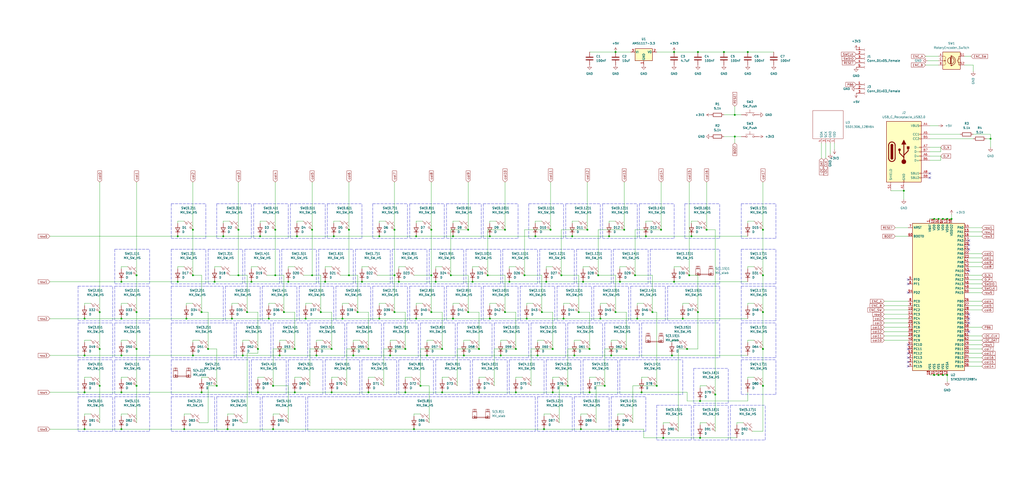
<source format=kicad_sch>
(kicad_sch (version 20211123) (generator eeschema)
  (paper "User" 599.999 279.4)
  (junction (at 231.14 182.88))
  (junction (at 118.11 182.88))
  (junction (at 71.12 165.1))
  (junction (at 163.83 208.28))
  (junction (at 113.03 161.29))
  (junction (at 549.91 219.71))
  (junction (at 382.27 182.88))
  (junction (at 360.68 30.48))
  (junction (at 195.58 138.43))
  (junction (at 320.04 165.1))
  (junction (at 360.68 182.88))
  (junction (at 394.97 30.48))
  (junction (at 410.21 234.95))
  (junction (at 173.99 138.43))
  (junction (at 209.55 182.88))
  (junction (at 49.53 208.28))
  (junction (at 147.32 165.1))
  (junction (at 80.01 161.29))
  (junction (at 400.05 186.69))
  (junction (at 207.01 208.28))
  (junction (at 328.93 161.29))
  (junction (at 447.04 226.06))
  (junction (at 394.97 165.1))
  (junction (at 252.73 182.88))
  (junction (at 557.53 128.27))
  (junction (at 318.77 251.46))
  (junction (at 259.08 204.47))
  (junction (at 231.14 161.29))
  (junction (at 345.44 204.47))
  (junction (at 157.48 186.69))
  (junction (at 212.09 165.1))
  (junction (at 295.91 134.62))
  (junction (at 151.13 229.87))
  (junction (at 287.02 186.69))
  (junction (at 80.01 204.47))
  (junction (at 161.29 161.29))
  (junction (at 580.39 81.28))
  (junction (at 554.99 219.71))
  (junction (at 350.52 161.29))
  (junction (at 280.67 204.47))
  (junction (at 547.37 219.71))
  (junction (at 375.92 229.87))
  (junction (at 307.34 161.29))
  (junction (at 109.22 186.69))
  (junction (at 419.1 231.14))
  (junction (at 378.46 138.43))
  (junction (at 255.27 165.1))
  (junction (at 151.13 204.47))
  (junction (at 104.14 138.43))
  (junction (at 135.89 186.69))
  (junction (at 161.29 134.62))
  (junction (at 430.53 80.01))
  (junction (at 354.33 226.06))
  (junction (at 121.92 204.47))
  (junction (at 332.74 226.06))
  (junction (at 340.36 251.46))
  (junction (at 252.73 134.62))
  (junction (at 166.37 182.88))
  (junction (at 160.02 251.46))
  (junction (at 336.55 208.28))
  (junction (at 552.45 219.71))
  (junction (at 49.53 251.46))
  (junction (at 215.9 204.47))
  (junction (at 323.85 204.47))
  (junction (at 276.86 165.1))
  (junction (at 424.18 30.48))
  (junction (at 373.38 186.69))
  (junction (at 274.32 182.88))
  (junction (at 194.31 204.47))
  (junction (at 367.03 204.47))
  (junction (at 298.45 165.1))
  (junction (at 403.86 161.29))
  (junction (at 295.91 182.88))
  (junction (at 345.44 229.87))
  (junction (at 71.12 251.46))
  (junction (at 308.61 186.69))
  (junction (at 237.49 204.47))
  (junction (at 317.5 182.88))
  (junction (at 190.5 165.1))
  (junction (at 264.16 161.29))
  (junction (at 160.02 226.06))
  (junction (at 322.58 134.62))
  (junction (at 104.14 165.1))
  (junction (at 330.2 186.69))
  (junction (at 363.22 165.1))
  (junction (at 302.26 204.47))
  (junction (at 58.42 182.88))
  (junction (at 215.9 229.87))
  (junction (at 280.67 229.87))
  (junction (at 405.13 138.43))
  (junction (at 250.19 208.28))
  (junction (at 351.79 186.69))
  (junction (at 182.88 134.62))
  (junction (at 118.11 229.87))
  (junction (at 430.53 67.31))
  (junction (at 49.53 229.87))
  (junction (at 58.42 226.06))
  (junction (at 222.25 186.69))
  (junction (at 113.03 208.28))
  (junction (at 356.87 138.43))
  (junction (at 552.45 128.27))
  (junction (at 127 226.06))
  (junction (at 271.78 208.28))
  (junction (at 388.62 256.54))
  (junction (at 113.03 134.62))
  (junction (at 335.28 138.43))
  (junction (at 384.81 226.06))
  (junction (at 228.6 208.28))
  (junction (at 447.04 134.62))
  (junction (at 287.02 138.43))
  (junction (at 222.25 138.43))
  (junction (at 80.01 226.06))
  (junction (at 71.12 229.87))
  (junction (at 447.04 204.47))
  (junction (at 246.38 226.06))
  (junction (at 410.21 256.54))
  (junction (at 313.69 138.43))
  (junction (at 243.84 186.69))
  (junction (at 339.09 182.88))
  (junction (at 142.24 208.28))
  (junction (at 344.17 134.62))
  (junction (at 125.73 165.1))
  (junction (at 414.02 134.62))
  (junction (at 130.81 138.43))
  (junction (at 49.53 186.69))
  (junction (at 133.35 251.46))
  (junction (at 144.78 182.88))
  (junction (at 107.95 251.46))
  (junction (at 152.4 138.43))
  (junction (at 168.91 165.1))
  (junction (at 242.57 251.46))
  (junction (at 172.72 229.87))
  (junction (at 204.47 161.29))
  (junction (at 358.14 208.28))
  (junction (at 265.43 186.69))
  (junction (at 139.7 161.29))
  (junction (at 323.85 229.87))
  (junction (at 231.14 134.62))
  (junction (at 547.37 128.27))
  (junction (at 285.75 161.29))
  (junction (at 259.08 229.87))
  (junction (at 237.49 229.87))
  (junction (at 365.76 134.62))
  (junction (at 71.12 208.28))
  (junction (at 58.42 204.47))
  (junction (at 187.96 182.88))
  (junction (at 372.11 161.29))
  (junction (at 447.04 182.88))
  (junction (at 233.68 165.1))
  (junction (at 447.04 161.29))
  (junction (at 243.84 138.43))
  (junction (at 302.26 229.87))
  (junction (at 529.59 111.76))
  (junction (at 185.42 208.28))
  (junction (at 393.7 208.28))
  (junction (at 293.37 208.28))
  (junction (at 252.73 161.29))
  (junction (at 182.88 161.29))
  (junction (at 554.99 128.27))
  (junction (at 179.07 186.69))
  (junction (at 194.31 229.87))
  (junction (at 314.96 208.28))
  (junction (at 341.63 165.1))
  (junction (at 402.59 204.47))
  (junction (at 200.66 186.69))
  (junction (at 172.72 204.47))
  (junction (at 274.32 134.62))
  (junction (at 139.7 134.62))
  (junction (at 408.94 30.48))
  (junction (at 80.01 182.88))
  (junction (at 438.15 30.48))
  (junction (at 408.94 182.88))
  (junction (at 549.91 128.27))
  (junction (at 387.35 134.62))
  (junction (at 265.43 138.43))
  (junction (at 361.95 251.46))
  (junction (at 204.47 134.62))
  (junction (at 71.12 186.69))
  (no_connect (at 532.13 212.09))
  (no_connect (at 532.13 207.01))
  (no_connect (at 567.69 186.69))
  (no_connect (at 532.13 201.93))
  (no_connect (at 567.69 143.51))
  (no_connect (at 532.13 171.45))
  (no_connect (at 567.69 194.31))
  (no_connect (at 544.83 101.6))
  (no_connect (at 532.13 209.55))
  (no_connect (at 567.69 158.75))
  (no_connect (at 532.13 166.37))
  (no_connect (at 567.69 184.15))
  (no_connect (at 567.69 140.97))
  (no_connect (at 532.13 214.63))
  (no_connect (at 532.13 163.83))
  (no_connect (at 567.69 189.23))
  (no_connect (at 544.83 104.14))
  (no_connect (at 567.69 146.05))
  (no_connect (at 532.13 204.47))
  (wire (pts (xy 547.37 128.27) (xy 549.91 128.27)))
  (wire (pts (xy 212.09 165.1) (xy 233.68 165.1)))
  (polyline (pts (xy 240.03 139.7) (xy 260.35 139.7)))
  (polyline (pts (xy 240.03 119.38) (xy 260.35 119.38)))
  (wire (pts (xy 336.55 208.28) (xy 358.14 208.28)))
  (polyline (pts (xy 67.31 232.41) (xy 67.31 252.73)))
  (wire (pts (xy 255.27 156.21) (xy 255.27 157.48)))
  (polyline (pts (xy 314.96 232.41) (xy 335.28 232.41)))
  (wire (pts (xy 204.47 161.29) (xy 209.55 161.29)))
  (polyline (pts (xy 261.62 119.38) (xy 261.62 139.7)))
  (polyline (pts (xy 369.57 167.64) (xy 389.89 167.64)))
  (wire (pts (xy 185.42 208.28) (xy 207.01 208.28)))
  (polyline (pts (xy 87.63 187.96) (xy 87.63 167.64)))
  (wire (pts (xy 168.91 165.1) (xy 190.5 165.1)))
  (polyline (pts (xy 406.4 215.9) (xy 426.72 215.9)))
  (polyline (pts (xy 271.78 166.37) (xy 271.78 146.05)))
  (polyline (pts (xy 368.3 187.96) (xy 368.3 167.64)))
  (polyline (pts (xy 421.64 187.96) (xy 421.64 167.64)))
  (wire (pts (xy 161.29 106.68) (xy 161.29 134.62)))
  (wire (pts (xy 345.44 182.88) (xy 345.44 204.47)))
  (polyline (pts (xy 137.16 209.55) (xy 137.16 189.23)))
  (wire (pts (xy 71.12 165.1) (xy 104.14 165.1)))
  (polyline (pts (xy 246.38 189.23) (xy 266.7 189.23)))
  (wire (pts (xy 345.44 30.48) (xy 360.68 30.48)))
  (wire (pts (xy 328.93 161.29) (xy 339.09 161.29)))
  (wire (pts (xy 231.14 161.29) (xy 220.98 161.29)))
  (wire (pts (xy 306.07 220.98) (xy 302.26 220.98)))
  (polyline (pts (xy 165.1 146.05) (xy 165.1 166.37)))
  (wire (pts (xy 224.79 204.47) (xy 224.79 226.06)))
  (polyline (pts (xy 313.69 252.73) (xy 313.69 232.41)))
  (polyline (pts (xy 401.32 119.38) (xy 421.64 119.38)))
  (wire (pts (xy 246.38 204.47) (xy 246.38 226.06)))
  (wire (pts (xy 237.49 204.47) (xy 224.79 204.47)))
  (wire (pts (xy 518.16 184.15) (xy 532.13 184.15)))
  (wire (pts (xy 53.34 220.98) (xy 49.53 220.98)))
  (wire (pts (xy 265.43 186.69) (xy 287.02 186.69)))
  (polyline (pts (xy 147.32 139.7) (xy 147.32 119.38)))
  (polyline (pts (xy 331.47 139.7) (xy 351.79 139.7)))
  (wire (pts (xy 242.57 251.46) (xy 318.77 251.46)))
  (wire (pts (xy 554.99 219.71) (xy 554.99 223.52)))
  (wire (pts (xy 264.16 134.62) (xy 264.16 161.29)))
  (wire (pts (xy 312.42 177.8) (xy 308.61 177.8)))
  (polyline (pts (xy 346.71 187.96) (xy 346.71 167.64)))
  (polyline (pts (xy 153.67 167.64) (xy 153.67 187.96)))
  (wire (pts (xy 328.93 134.62) (xy 328.93 161.29)))
  (wire (pts (xy 307.34 161.29) (xy 317.5 161.29)))
  (wire (pts (xy 293.37 208.28) (xy 314.96 208.28)))
  (wire (pts (xy 133.35 251.46) (xy 160.02 251.46)))
  (wire (pts (xy 372.11 134.62) (xy 372.11 161.29)))
  (wire (pts (xy 397.51 204.47) (xy 397.51 252.73)))
  (wire (pts (xy 350.52 134.62) (xy 350.52 161.29)))
  (wire (pts (xy 160.02 251.46) (xy 242.57 251.46)))
  (polyline (pts (xy 406.4 236.22) (xy 426.72 236.22)))
  (polyline (pts (xy 158.75 209.55) (xy 158.75 189.23)))
  (wire (pts (xy 276.86 156.21) (xy 276.86 157.48)))
  (polyline (pts (xy 250.19 166.37) (xy 250.19 146.05)))
  (wire (pts (xy 207.01 208.28) (xy 228.6 208.28)))
  (wire (pts (xy 173.99 138.43) (xy 195.58 138.43)))
  (polyline (pts (xy 378.46 252.73) (xy 378.46 232.41)))
  (wire (pts (xy 295.91 106.68) (xy 295.91 134.62)))
  (wire (pts (xy 577.85 81.28) (xy 580.39 81.28)))
  (wire (pts (xy 410.21 247.65) (xy 410.21 248.92)))
  (polyline (pts (xy 304.8 187.96) (xy 325.12 187.96)))
  (wire (pts (xy 290.83 129.54) (xy 287.02 129.54)))
  (polyline (pts (xy 147.32 231.14) (xy 167.64 231.14)))
  (wire (pts (xy 185.42 199.39) (xy 185.42 200.66)))
  (polyline (pts (xy 246.38 209.55) (xy 266.7 209.55)))
  (wire (pts (xy 231.14 106.68) (xy 231.14 134.62)))
  (wire (pts (xy 567.69 204.47) (xy 575.31 204.47)))
  (wire (pts (xy 144.78 247.65) (xy 142.24 247.65)))
  (wire (pts (xy 222.25 186.69) (xy 243.84 186.69)))
  (polyline (pts (xy 100.33 146.05) (xy 100.33 166.37)))
  (polyline (pts (xy 375.92 189.23) (xy 375.92 209.55)))
  (polyline (pts (xy 311.15 189.23) (xy 311.15 209.55)))
  (wire (pts (xy 139.7 106.68) (xy 139.7 134.62)))
  (wire (pts (xy 544.83 91.44) (xy 551.18 91.44)))
  (wire (pts (xy 71.12 156.21) (xy 71.12 157.48)))
  (wire (pts (xy 438.15 234.95) (xy 438.15 229.87)))
  (polyline (pts (xy 421.64 209.55) (xy 421.64 189.23)))
  (polyline (pts (xy 121.92 146.05) (xy 121.92 166.37)))
  (wire (pts (xy 524.51 133.35) (xy 532.13 133.35)))
  (polyline (pts (xy 100.33 189.23) (xy 120.65 189.23)))
  (wire (pts (xy 382.27 161.29) (xy 382.27 182.88)))
  (polyline (pts (xy 45.72 167.64) (xy 45.72 187.96)))
  (wire (pts (xy 322.58 106.68) (xy 322.58 134.62)))
  (polyline (pts (xy 320.04 210.82) (xy 320.04 231.14)))
  (wire (pts (xy 330.2 186.69) (xy 351.79 186.69)))
  (polyline (pts (xy 347.98 187.96) (xy 368.3 187.96)))
  (wire (pts (xy 360.68 182.88) (xy 367.03 182.88)))
  (wire (pts (xy 403.86 106.68) (xy 403.86 161.29)))
  (wire (pts (xy 544.83 88.9) (xy 551.18 88.9)))
  (wire (pts (xy 414.02 226.06) (xy 410.21 226.06)))
  (polyline (pts (xy 316.23 166.37) (xy 336.55 166.37)))
  (wire (pts (xy 295.91 182.88) (xy 302.26 182.88)))
  (polyline (pts (xy 406.4 237.49) (xy 426.72 237.49)))
  (wire (pts (xy 365.76 106.68) (xy 365.76 134.62)))
  (wire (pts (xy 340.36 251.46) (xy 361.95 251.46)))
  (polyline (pts (xy 121.92 166.37) (xy 142.24 166.37)))
  (polyline (pts (xy 281.94 187.96) (xy 281.94 167.64)))
  (wire (pts (xy 49.53 220.98) (xy 49.53 222.25)))
  (wire (pts (xy 438.15 199.39) (xy 438.15 200.66)))
  (polyline (pts (xy 153.67 167.64) (xy 173.99 167.64)))
  (polyline (pts (xy 335.28 252.73) (xy 335.28 232.41)))
  (wire (pts (xy 308.61 177.8) (xy 308.61 179.07)))
  (polyline (pts (xy 266.7 209.55) (xy 266.7 189.23)))
  (polyline (pts (xy 45.72 232.41) (xy 66.04 232.41)))
  (wire (pts (xy 250.19 199.39) (xy 250.19 200.66)))
  (wire (pts (xy 157.48 177.8) (xy 157.48 179.07)))
  (wire (pts (xy 151.13 156.21) (xy 147.32 156.21)))
  (wire (pts (xy 377.19 177.8) (xy 373.38 177.8)))
  (polyline (pts (xy 314.96 166.37) (xy 314.96 146.05)))
  (wire (pts (xy 408.94 30.48) (xy 424.18 30.48)))
  (polyline (pts (xy 353.06 119.38) (xy 373.38 119.38)))
  (wire (pts (xy 204.47 106.68) (xy 204.47 134.62)))
  (wire (pts (xy 518.16 189.23) (xy 532.13 189.23)))
  (wire (pts (xy 151.13 207.01) (xy 144.78 207.01)))
  (polyline (pts (xy 406.4 237.49) (xy 406.4 257.81)))
  (wire (pts (xy 49.53 229.87) (xy 71.12 229.87)))
  (wire (pts (xy 323.85 229.87) (xy 345.44 229.87)))
  (polyline (pts (xy 374.65 209.55) (xy 374.65 189.23)))
  (wire (pts (xy 518.16 186.69) (xy 532.13 186.69)))
  (polyline (pts (xy 127 139.7) (xy 147.32 139.7)))
  (wire (pts (xy 557.53 125.73) (xy 557.53 128.27)))
  (wire (pts (xy 80.01 204.47) (xy 80.01 226.06)))
  (polyline (pts (xy 45.72 187.96) (xy 66.04 187.96)))
  (polyline (pts (xy 434.34 146.05) (xy 454.66 146.05)))
  (wire (pts (xy 518.16 181.61) (xy 532.13 181.61)))
  (wire (pts (xy 438.15 156.21) (xy 438.15 157.48)))
  (polyline (pts (xy 434.34 166.37) (xy 454.66 166.37)))
  (polyline (pts (xy 67.31 252.73) (xy 87.63 252.73)))
  (polyline (pts (xy 146.05 231.14) (xy 146.05 210.82)))
  (wire (pts (xy 547.37 219.71) (xy 549.91 219.71)))
  (wire (pts (xy 302.26 229.87) (xy 323.85 229.87)))
  (polyline (pts (xy 153.67 232.41) (xy 153.67 252.73)))
  (polyline (pts (xy 406.4 215.9) (xy 406.4 236.22)))
  (wire (pts (xy 518.16 199.39) (xy 532.13 199.39)))
  (polyline (pts (xy 185.42 166.37) (xy 185.42 146.05)))
  (wire (pts (xy 104.14 165.1) (xy 125.73 165.1)))
  (polyline (pts (xy 190.5 139.7) (xy 190.5 119.38)))
  (wire (pts (xy 163.83 242.57) (xy 160.02 242.57)))
  (wire (pts (xy 71.12 251.46) (xy 107.95 251.46)))
  (polyline (pts (xy 332.74 189.23) (xy 353.06 189.23)))
  (wire (pts (xy 254 199.39) (xy 250.19 199.39)))
  (wire (pts (xy 212.09 156.21) (xy 212.09 157.48)))
  (wire (pts (xy 113.03 161.29) (xy 118.11 161.29)))
  (wire (pts (xy 544.83 93.98) (xy 551.18 93.98)))
  (polyline (pts (xy 195.58 187.96) (xy 195.58 167.64)))
  (polyline (pts (xy 298.45 210.82) (xy 298.45 231.14)))
  (wire (pts (xy 71.12 242.57) (xy 71.12 243.84)))
  (polyline (pts (xy 359.41 146.05) (xy 359.41 166.37)))
  (polyline (pts (xy 152.4 187.96) (xy 152.4 167.64)))
  (polyline (pts (xy 203.2 209.55) (xy 223.52 209.55)))
  (wire (pts (xy 360.68 161.29) (xy 360.68 182.88)))
  (polyline (pts (xy 67.31 209.55) (xy 87.63 209.55)))
  (polyline (pts (xy 363.22 210.82) (xy 400.05 210.82)))
  (wire (pts (xy 408.94 182.88) (xy 408.94 204.47)))
  (wire (pts (xy 139.7 177.8) (xy 135.89 177.8)))
  (polyline (pts (xy 336.55 232.41) (xy 336.55 252.73)))
  (polyline (pts (xy 273.05 166.37) (xy 293.37 166.37)))
  (wire (pts (xy 570.23 78.74) (xy 580.39 78.74)))
  (polyline (pts (xy 309.88 209.55) (xy 309.88 189.23)))
  (polyline (pts (xy 354.33 189.23) (xy 354.33 209.55)))
  (wire (pts (xy 259.08 229.87) (xy 280.67 229.87)))
  (wire (pts (xy 365.76 242.57) (xy 361.95 242.57)))
  (wire (pts (xy 438.15 30.48) (xy 453.39 30.48)))
  (polyline (pts (xy 100.33 189.23) (xy 100.33 209.55)))
  (polyline (pts (xy 288.29 209.55) (xy 288.29 189.23)))
  (polyline (pts (xy 341.63 231.14) (xy 361.95 231.14)))
  (wire (pts (xy 554.99 128.27) (xy 557.53 128.27)))
  (polyline (pts (xy 358.14 166.37) (xy 358.14 146.05)))
  (wire (pts (xy 243.84 138.43) (xy 265.43 138.43)))
  (wire (pts (xy 58.42 106.68) (xy 58.42 182.88)))
  (wire (pts (xy 237.49 156.21) (xy 233.68 156.21)))
  (wire (pts (xy 567.69 199.39) (xy 575.31 199.39)))
  (polyline (pts (xy 240.03 167.64) (xy 240.03 187.96)))
  (polyline (pts (xy 303.53 139.7) (xy 303.53 119.38)))
  (wire (pts (xy 215.9 156.21) (xy 212.09 156.21)))
  (polyline (pts (xy 87.63 231.14) (xy 87.63 210.82)))
  (wire (pts (xy 297.18 199.39) (xy 293.37 199.39)))
  (wire (pts (xy 111.76 242.57) (xy 107.95 242.57)))
  (wire (pts (xy 447.04 106.68) (xy 447.04 134.62)))
  (polyline (pts (xy 336.55 232.41) (xy 356.87 232.41)))
  (wire (pts (xy 365.76 134.62) (xy 350.52 134.62)))
  (polyline (pts (xy 196.85 167.64) (xy 196.85 187.96)))
  (wire (pts (xy 414.02 106.68) (xy 414.02 134.62)))
  (polyline (pts (xy 330.2 139.7) (xy 330.2 119.38)))
  (polyline (pts (xy 100.33 210.82) (xy 146.05 210.82)))
  (wire (pts (xy 287.02 129.54) (xy 287.02 130.81)))
  (wire (pts (xy 518.16 196.85) (xy 532.13 196.85)))
  (polyline (pts (xy 261.62 139.7) (xy 281.94 139.7)))
  (polyline (pts (xy 148.59 119.38) (xy 168.91 119.38)))
  (wire (pts (xy 332.74 204.47) (xy 332.74 226.06)))
  (polyline (pts (xy 186.69 146.05) (xy 186.69 166.37)))
  (wire (pts (xy 378.46 129.54) (xy 378.46 130.81)))
  (wire (pts (xy 320.04 156.21) (xy 320.04 157.48)))
  (wire (pts (xy 400.05 177.8) (xy 400.05 179.07)))
  (wire (pts (xy 71.12 208.28) (xy 113.03 208.28)))
  (wire (pts (xy 544.83 73.66) (xy 549.91 73.66)))
  (polyline (pts (xy 359.41 166.37) (xy 379.73 166.37)))
  (polyline (pts (xy 374.65 119.38) (xy 374.65 139.7)))
  (wire (pts (xy 271.78 199.39) (xy 271.78 200.66)))
  (wire (pts (xy 384.81 226.06) (xy 370.84 226.06)))
  (wire (pts (xy 345.44 229.87) (xy 375.92 229.87)))
  (polyline (pts (xy 218.44 167.64) (xy 218.44 187.96)))
  (polyline (pts (xy 374.65 139.7) (xy 394.97 139.7)))
  (wire (pts (xy 567.69 166.37) (xy 575.31 166.37)))
  (wire (pts (xy 350.52 161.29) (xy 360.68 161.29)))
  (polyline (pts (xy 181.61 189.23) (xy 201.93 189.23)))
  (polyline (pts (xy 298.45 231.14) (xy 318.77 231.14)))
  (wire (pts (xy 172.72 204.47) (xy 160.02 204.47)))
  (polyline (pts (xy 208.28 146.05) (xy 208.28 166.37)))
  (wire (pts (xy 544.83 86.36) (xy 551.18 86.36)))
  (wire (pts (xy 113.03 208.28) (xy 142.24 208.28)))
  (wire (pts (xy 397.51 199.39) (xy 393.7 199.39)))
  (polyline (pts (xy 170.18 119.38) (xy 170.18 139.7)))
  (wire (pts (xy 161.29 134.62) (xy 161.29 161.29)))
  (wire (pts (xy 259.08 204.47) (xy 246.38 204.47)))
  (polyline (pts (xy 405.13 257.81) (xy 405.13 237.49)))
  (wire (pts (xy 182.88 161.29) (xy 187.96 161.29)))
  (wire (pts (xy 29.21 138.43) (xy 104.14 138.43)))
  (polyline (pts (xy 100.33 210.82) (xy 100.33 231.14)))
  (wire (pts (xy 280.67 229.87) (xy 302.26 229.87)))
  (polyline (pts (xy 238.76 187.96) (xy 238.76 167.64)))
  (polyline (pts (xy 100.33 167.64) (xy 100.33 187.96)))
  (polyline (pts (xy 394.97 139.7) (xy 394.97 119.38)))
  (wire (pts (xy 199.39 161.29) (xy 204.47 161.29)))
  (wire (pts (xy 340.36 199.39) (xy 336.55 199.39)))
  (wire (pts (xy 382.27 129.54) (xy 378.46 129.54)))
  (wire (pts (xy 410.21 234.95) (xy 438.15 234.95)))
  (wire (pts (xy 323.85 182.88) (xy 323.85 204.47)))
  (wire (pts (xy 363.22 165.1) (xy 394.97 165.1)))
  (wire (pts (xy 113.03 106.68) (xy 113.03 134.62)))
  (polyline (pts (xy 254 231.14) (xy 254 210.82)))
  (wire (pts (xy 544.83 219.71) (xy 547.37 219.71)))
  (polyline (pts (xy 384.81 257.81) (xy 405.13 257.81)))
  (wire (pts (xy 231.14 161.29) (xy 231.14 182.88)))
  (wire (pts (xy 194.31 182.88) (xy 194.31 204.47)))
  (polyline (pts (xy 336.55 166.37) (xy 336.55 146.05)))
  (wire (pts (xy 430.53 80.01) (xy 434.34 80.01)))
  (wire (pts (xy 567.69 163.83) (xy 575.31 163.83)))
  (wire (pts (xy 147.32 165.1) (xy 168.91 165.1)))
  (wire (pts (xy 118.11 182.88) (xy 121.92 182.88)))
  (wire (pts (xy 447.04 134.62) (xy 447.04 161.29)))
  (wire (pts (xy 228.6 208.28) (xy 250.19 208.28)))
  (wire (pts (xy 549.91 128.27) (xy 552.45 128.27)))
  (wire (pts (xy 285.75 161.29) (xy 295.91 161.29)))
  (polyline (pts (xy 87.63 166.37) (xy 87.63 146.05)))
  (wire (pts (xy 49.53 208.28) (xy 71.12 208.28)))
  (wire (pts (xy 398.78 156.21) (xy 394.97 156.21)))
  (wire (pts (xy 486.41 83.82) (xy 486.41 90.17)))
  (polyline (pts (xy 261.62 187.96) (xy 281.94 187.96)))
  (polyline (pts (xy 421.64 139.7) (xy 421.64 119.38)))
  (wire (pts (xy 107.95 242.57) (xy 107.95 243.84)))
  (wire (pts (xy 567.69 148.59) (xy 575.31 148.59)))
  (wire (pts (xy 144.78 182.88) (xy 151.13 182.88)))
  (polyline (pts (xy 316.23 146.05) (xy 316.23 166.37)))
  (wire (pts (xy 323.85 220.98) (xy 323.85 222.25)))
  (wire (pts (xy 330.2 177.8) (xy 330.2 179.07)))
  (wire (pts (xy 121.92 204.47) (xy 127 204.47)))
  (polyline (pts (xy 143.51 146.05) (xy 163.83 146.05)))
  (polyline (pts (xy 298.45 210.82) (xy 318.77 210.82)))
  (wire (pts (xy 187.96 182.88) (xy 194.31 182.88)))
  (wire (pts (xy 29.21 208.28) (xy 49.53 208.28)))
  (wire (pts (xy 549.91 219.71) (xy 552.45 219.71)))
  (polyline (pts (xy 66.04 231.14) (xy 66.04 210.82)))
  (wire (pts (xy 567.69 179.07) (xy 575.31 179.07)))
  (wire (pts (xy 483.87 83.82) (xy 483.87 92.71)))
  (polyline (pts (xy 66.04 252.73) (xy 66.04 232.41)))
  (wire (pts (xy 107.95 251.46) (xy 133.35 251.46)))
  (wire (pts (xy 387.35 134.62) (xy 372.11 134.62)))
  (polyline (pts (xy 255.27 210.82) (xy 275.59 210.82)))
  (polyline (pts (xy 384.81 237.49) (xy 384.81 257.81)))
  (wire (pts (xy 74.93 156.21) (xy 71.12 156.21)))
  (wire (pts (xy 341.63 165.1) (xy 363.22 165.1)))
  (wire (pts (xy 551.18 93.98) (xy 551.18 91.44)))
  (wire (pts (xy 74.93 242.57) (xy 71.12 242.57)))
  (wire (pts (xy 200.66 177.8) (xy 200.66 179.07)))
  (polyline (pts (xy 381 166.37) (xy 401.32 166.37)))
  (wire (pts (xy 49.53 199.39) (xy 49.53 200.66)))
  (wire (pts (xy 518.16 176.53) (xy 532.13 176.53)))
  (polyline (pts (xy 275.59 231.14) (xy 275.59 210.82)))
  (wire (pts (xy 133.35 242.57) (xy 133.35 243.84)))
  (polyline (pts (xy 45.72 210.82) (xy 45.72 231.14)))
  (polyline (pts (xy 186.69 146.05) (xy 207.01 146.05)))
  (wire (pts (xy 384.81 182.88) (xy 384.81 226.06)))
  (wire (pts (xy 237.49 229.87) (xy 259.08 229.87)))
  (polyline (pts (xy 325.12 187.96) (xy 325.12 167.64)))
  (wire (pts (xy 410.21 226.06) (xy 410.21 227.33)))
  (polyline (pts (xy 283.21 119.38) (xy 303.53 119.38)))
  (wire (pts (xy 118.11 161.29) (xy 118.11 182.88)))
  (wire (pts (xy 252.73 161.29) (xy 252.73 182.88)))
  (polyline (pts (xy 273.05 146.05) (xy 273.05 166.37)))
  (polyline (pts (xy 218.44 139.7) (xy 238.76 139.7)))
  (wire (pts (xy 393.7 199.39) (xy 393.7 200.66)))
  (wire (pts (xy 204.47 177.8) (xy 200.66 177.8)))
  (polyline (pts (xy 326.39 167.64) (xy 346.71 167.64)))
  (wire (pts (xy 228.6 199.39) (xy 228.6 200.66)))
  (wire (pts (xy 567.69 151.13) (xy 575.31 151.13)))
  (wire (pts (xy 334.01 177.8) (xy 330.2 177.8)))
  (wire (pts (xy 339.09 161.29) (xy 339.09 182.88)))
  (wire (pts (xy 402.59 229.87) (xy 402.59 234.95)))
  (wire (pts (xy 298.45 165.1) (xy 320.04 165.1)))
  (wire (pts (xy 544.83 78.74) (xy 562.61 78.74)))
  (polyline (pts (xy 354.33 209.55) (xy 374.65 209.55)))
  (wire (pts (xy 146.05 199.39) (xy 142.24 199.39)))
  (polyline (pts (xy 260.35 139.7) (xy 260.35 119.38)))
  (wire (pts (xy 251.46 226.06) (xy 251.46 247.65)))
  (polyline (pts (xy 354.33 189.23) (xy 374.65 189.23)))
  (polyline (pts (xy 66.04 187.96) (xy 66.04 167.64)))
  (wire (pts (xy 274.32 106.68) (xy 274.32 134.62)))
  (wire (pts (xy 567.69 214.63) (xy 575.31 214.63)))
  (polyline (pts (xy 240.03 187.96) (xy 260.35 187.96)))
  (polyline (pts (xy 147.32 210.82) (xy 167.64 210.82)))
  (polyline (pts (xy 375.92 189.23) (xy 421.64 189.23)))
  (polyline (pts (xy 67.31 166.37) (xy 87.63 166.37)))
  (polyline (pts (xy 331.47 209.55) (xy 331.47 189.23)))
  (wire (pts (xy 322.58 242.57) (xy 318.77 242.57)))
  (polyline (pts (xy 267.97 189.23) (xy 267.97 209.55)))
  (wire (pts (xy 438.15 220.98) (xy 438.15 222.25)))
  (polyline (pts (xy 283.21 139.7) (xy 303.53 139.7)))
  (wire (pts (xy 308.61 186.69) (xy 330.2 186.69)))
  (wire (pts (xy 322.58 134.62) (xy 307.34 134.62)))
  (wire (pts (xy 207.01 199.39) (xy 207.01 200.66)))
  (wire (pts (xy 241.3 220.98) (xy 237.49 220.98)))
  (wire (pts (xy 176.53 220.98) (xy 172.72 220.98)))
  (wire (pts (xy 195.58 129.54) (xy 195.58 130.81)))
  (polyline (pts (xy 45.72 189.23) (xy 45.72 209.55)))
  (wire (pts (xy 373.38 186.69) (xy 400.05 186.69)))
  (wire (pts (xy 280.67 182.88) (xy 280.67 204.47)))
  (wire (pts (xy 320.04 165.1) (xy 341.63 165.1)))
  (wire (pts (xy 285.75 134.62) (xy 285.75 161.29)))
  (wire (pts (xy 567.69 212.09) (xy 575.31 212.09)))
  (polyline (pts (xy 175.26 167.64) (xy 175.26 187.96)))
  (wire (pts (xy 142.24 199.39) (xy 142.24 200.66)))
  (polyline (pts (xy 267.97 209.55) (xy 288.29 209.55)))
  (wire (pts (xy 160.02 204.47) (xy 160.02 226.06)))
  (wire (pts (xy 209.55 182.88) (xy 215.9 182.88)))
  (wire (pts (xy 552.45 128.27) (xy 554.99 128.27)))
  (wire (pts (xy 542.29 33.02) (xy 549.91 33.02)))
  (wire (pts (xy 144.78 161.29) (xy 144.78 182.88)))
  (wire (pts (xy 393.7 208.28) (xy 438.15 208.28)))
  (polyline (pts (xy 406.4 257.81) (xy 426.72 257.81)))
  (wire (pts (xy 408.94 161.29) (xy 408.94 182.88)))
  (wire (pts (xy 129.54 156.21) (xy 125.73 156.21)))
  (polyline (pts (xy 331.47 119.38) (xy 331.47 139.7)))
  (polyline (pts (xy 289.56 209.55) (xy 309.88 209.55)))
  (wire (pts (xy 435.61 247.65) (xy 431.8 247.65)))
  (polyline (pts (xy 309.88 139.7) (xy 330.2 139.7)))
  (polyline (pts (xy 434.34 146.05) (xy 434.34 166.37)))
  (polyline (pts (xy 67.31 146.05) (xy 67.31 166.37)))
  (polyline (pts (xy 45.72 252.73) (xy 66.04 252.73)))
  (wire (pts (xy 195.58 138.43) (xy 222.25 138.43)))
  (wire (pts (xy 144.78 207.01) (xy 144.78 247.65)))
  (wire (pts (xy 226.06 129.54) (xy 222.25 129.54)))
  (wire (pts (xy 345.44 204.47) (xy 332.74 204.47)))
  (wire (pts (xy 431.8 247.65) (xy 431.8 248.92)))
  (polyline (pts (xy 401.32 139.7) (xy 421.64 139.7)))
  (wire (pts (xy 168.91 156.21) (xy 168.91 157.48)))
  (polyline (pts (xy 196.85 167.64) (xy 217.17 167.64)))
  (polyline (pts (xy 369.57 187.96) (xy 389.89 187.96)))
  (polyline (pts (xy 173.99 187.96) (xy 173.99 167.64)))
  (wire (pts (xy 209.55 161.29) (xy 209.55 182.88)))
  (polyline (pts (xy 454.66 166.37) (xy 454.66 146.05)))
  (polyline (pts (xy 454.66 209.55) (xy 454.66 189.23)))
  (wire (pts (xy 355.6 177.8) (xy 351.79 177.8)))
  (polyline (pts (xy 229.87 146.05) (xy 229.87 166.37)))
  (polyline (pts (xy 67.31 231.14) (xy 87.63 231.14)))
  (polyline (pts (xy 276.86 210.82) (xy 276.86 231.14)))
  (polyline (pts (xy 87.63 252.73) (xy 87.63 232.41)))
  (wire (pts (xy 233.68 165.1) (xy 255.27 165.1)))
  (wire (pts (xy 247.65 177.8) (xy 243.84 177.8)))
  (polyline (pts (xy 191.77 119.38) (xy 212.09 119.38)))
  (polyline (pts (xy 165.1 146.05) (xy 185.42 146.05)))
  (wire (pts (xy 447.04 252.73) (xy 440.69 252.73)))
  (polyline (pts (xy 401.32 146.05) (xy 421.64 146.05)))
  (polyline (pts (xy 374.65 119.38) (xy 394.97 119.38)))
  (wire (pts (xy 402.59 204.47) (xy 397.51 204.47)))
  (wire (pts (xy 318.77 242.57) (xy 318.77 243.84)))
  (polyline (pts (xy 132.08 187.96) (xy 152.4 187.96)))
  (wire (pts (xy 190.5 165.1) (xy 212.09 165.1)))
  (polyline (pts (xy 163.83 166.37) (xy 163.83 146.05)))
  (wire (pts (xy 130.81 129.54) (xy 130.81 130.81)))
  (wire (pts (xy 518.16 194.31) (xy 532.13 194.31)))
  (wire (pts (xy 567.69 181.61) (xy 575.31 181.61)))
  (wire (pts (xy 360.68 129.54) (xy 356.87 129.54)))
  (polyline (pts (xy 224.79 209.55) (xy 245.11 209.55)))
  (polyline (pts (xy 311.15 209.55) (xy 331.47 209.55)))
  (wire (pts (xy 567.69 135.89) (xy 575.31 135.89)))
  (wire (pts (xy 252.73 106.68) (xy 252.73 134.62)))
  (polyline (pts (xy 153.67 252.73) (xy 179.07 252.73)))
  (wire (pts (xy 113.03 199.39) (xy 113.03 200.66)))
  (polyline (pts (xy 454.66 187.96) (xy 454.66 167.64)))
  (wire (pts (xy 313.69 129.54) (xy 313.69 130.81)))
  (polyline (pts (xy 132.08 167.64) (xy 132.08 187.96)))
  (wire (pts (xy 344.17 134.62) (xy 328.93 134.62)))
  (polyline (pts (xy 426.72 236.22) (xy 426.72 215.9)))
  (polyline (pts (xy 391.16 187.96) (xy 421.64 187.96)))
  (polyline (pts (xy 189.23 231.14) (xy 189.23 210.82)))
  (polyline (pts (xy 233.68 210.82) (xy 233.68 231.14)))
  (polyline (pts (xy 316.23 146.05) (xy 336.55 146.05)))
  (wire (pts (xy 233.68 156.21) (xy 233.68 157.48)))
  (polyline (pts (xy 389.89 187.96) (xy 389.89 167.64)))
  (polyline (pts (xy 448.31 257.81) (xy 448.31 237.49)))
  (polyline (pts (xy 381 146.05) (xy 401.32 146.05)))
  (wire (pts (xy 168.91 226.06) (xy 168.91 247.65)))
  (polyline (pts (xy 391.16 167.64) (xy 391.16 187.96)))
  (wire (pts (xy 269.24 177.8) (xy 265.43 177.8)))
  (wire (pts (xy 370.84 226.06) (xy 370.84 247.65)))
  (polyline (pts (xy 255.27 210.82) (xy 255.27 231.14)))
  (wire (pts (xy 204.47 134.62) (xy 204.47 161.29)))
  (polyline (pts (xy 100.33 139.7) (xy 120.65 139.7)))
  (wire (pts (xy 424.18 30.48) (xy 438.15 30.48)))
  (polyline (pts (xy 294.64 166.37) (xy 314.96 166.37)))
  (wire (pts (xy 215.9 204.47) (xy 203.2 204.47)))
  (wire (pts (xy 167.64 199.39) (xy 163.83 199.39)))
  (wire (pts (xy 107.95 129.54) (xy 104.14 129.54)))
  (wire (pts (xy 394.97 165.1) (xy 438.15 165.1)))
  (wire (pts (xy 521.97 111.76) (xy 529.59 111.76)))
  (polyline (pts (xy 167.64 231.14) (xy 167.64 210.82)))
  (wire (pts (xy 274.32 182.88) (xy 280.67 182.88)))
  (wire (pts (xy 264.16 161.29) (xy 274.32 161.29)))
  (wire (pts (xy 125.73 156.21) (xy 125.73 157.48)))
  (polyline (pts (xy 180.34 209.55) (xy 180.34 189.23)))
  (polyline (pts (xy 434.34 119.38) (xy 434.34 139.7)))
  (wire (pts (xy 358.14 208.28) (xy 393.7 208.28)))
  (wire (pts (xy 139.7 161.29) (xy 144.78 161.29)))
  (wire (pts (xy 190.5 156.21) (xy 190.5 157.48)))
  (wire (pts (xy 302.26 156.21) (xy 298.45 156.21)))
  (wire (pts (xy 441.96 220.98) (xy 438.15 220.98)))
  (wire (pts (xy 71.12 186.69) (xy 109.22 186.69)))
  (wire (pts (xy 127 204.47) (xy 127 226.06)))
  (polyline (pts (xy 347.98 167.64) (xy 347.98 187.96)))
  (polyline (pts (xy 314.96 232.41) (xy 314.96 252.73)))
  (polyline (pts (xy 401.32 166.37) (xy 421.64 166.37)))
  (wire (pts (xy 58.42 182.88) (xy 58.42 204.47)))
  (polyline (pts (xy 233.68 210.82) (xy 254 210.82)))
  (wire (pts (xy 151.13 204.47) (xy 151.13 207.01)))
  (wire (pts (xy 265.43 138.43) (xy 287.02 138.43)))
  (wire (pts (xy 336.55 199.39) (xy 336.55 200.66)))
  (wire (pts (xy 438.15 177.8) (xy 438.15 179.07)))
  (wire (pts (xy 179.07 186.69) (xy 200.66 186.69)))
  (polyline (pts (xy 181.61 209.55) (xy 201.93 209.55)))
  (wire (pts (xy 567.69 171.45) (xy 575.31 171.45)))
  (polyline (pts (xy 168.91 231.14) (xy 189.23 231.14)))
  (wire (pts (xy 408.94 204.47) (xy 402.59 204.47)))
  (polyline (pts (xy 143.51 146.05) (xy 143.51 166.37)))
  (wire (pts (xy 161.29 161.29) (xy 166.37 161.29)))
  (polyline (pts (xy 132.08 167.64) (xy 152.4 167.64)))
  (polyline (pts (xy 427.99 237.49) (xy 427.99 257.81)))
  (polyline (pts (xy 353.06 139.7) (xy 373.38 139.7)))
  (wire (pts (xy 313.69 138.43) (xy 335.28 138.43)))
  (polyline (pts (xy 100.33 231.14) (xy 146.05 231.14)))
  (wire (pts (xy 71.12 229.87) (xy 118.11 229.87)))
  (wire (pts (xy 361.95 251.46) (xy 377.19 251.46)))
  (polyline (pts (xy 160.02 209.55) (xy 180.34 209.55)))
  (wire (pts (xy 323.85 156.21) (xy 320.04 156.21)))
  (polyline (pts (xy 294.64 146.05) (xy 314.96 146.05)))
  (wire (pts (xy 151.13 229.87) (xy 172.72 229.87)))
  (polyline (pts (xy 67.31 189.23) (xy 67.31 209.55)))
  (wire (pts (xy 367.03 204.47) (xy 354.33 204.47)))
  (wire (pts (xy 29.21 186.69) (xy 49.53 186.69)))
  (polyline (pts (xy 100.33 166.37) (xy 120.65 166.37)))
  (wire (pts (xy 323.85 204.47) (xy 311.15 204.47)))
  (wire (pts (xy 524.51 138.43) (xy 532.13 138.43)))
  (wire (pts (xy 567.69 191.77) (xy 575.31 191.77)))
  (wire (pts (xy 570.23 38.1) (xy 570.23 41.91)))
  (wire (pts (xy 565.15 38.1) (xy 570.23 38.1)))
  (polyline (pts (xy 427.99 237.49) (xy 448.31 237.49)))
  (polyline (pts (xy 190.5 231.14) (xy 210.82 231.14)))
  (wire (pts (xy 71.12 220.98) (xy 71.12 222.25)))
  (polyline (pts (xy 251.46 146.05) (xy 271.78 146.05)))
  (wire (pts (xy 317.5 129.54) (xy 313.69 129.54)))
  (polyline (pts (xy 170.18 119.38) (xy 190.5 119.38)))
  (wire (pts (xy 447.04 182.88) (xy 447.04 204.47)))
  (polyline (pts (xy 180.34 232.41) (xy 180.34 252.73)))
  (polyline (pts (xy 179.07 252.73) (xy 179.07 232.41)))
  (polyline (pts (xy 45.72 231.14) (xy 66.04 231.14)))
  (polyline (pts (xy 67.31 167.64) (xy 87.63 167.64)))
  (wire (pts (xy 567.69 161.29) (xy 575.31 161.29)))
  (polyline (pts (xy 100.33 232.41) (xy 125.73 232.41)))
  (wire (pts (xy 580.39 81.28) (xy 580.39 86.36)))
  (polyline (pts (xy 120.65 187.96) (xy 130.81 187.96)))
  (polyline (pts (xy 67.31 232.41) (xy 87.63 232.41)))
  (polyline (pts (xy 196.85 187.96) (xy 217.17 187.96)))
  (polyline (pts (xy 359.41 146.05) (xy 379.73 146.05)))
  (wire (pts (xy 388.62 256.54) (xy 410.21 256.54)))
  (wire (pts (xy 302.26 182.88) (xy 302.26 204.47)))
  (wire (pts (xy 53.34 177.8) (xy 49.53 177.8)))
  (wire (pts (xy 172.72 182.88) (xy 172.72 204.47)))
  (wire (pts (xy 567.69 207.01) (xy 575.31 207.01)))
  (polyline (pts (xy 67.31 210.82) (xy 67.31 231.14)))
  (polyline (pts (xy 347.98 167.64) (xy 368.3 167.64)))
  (wire (pts (xy 447.04 161.29) (xy 447.04 182.88)))
  (polyline (pts (xy 148.59 119.38) (xy 148.59 139.7)))
  (wire (pts (xy 375.92 220.98) (xy 375.92 222.25)))
  (wire (pts (xy 121.92 226.06) (xy 121.92 247.65)))
  (polyline (pts (xy 223.52 209.55) (xy 223.52 189.23)))
  (wire (pts (xy 414.02 134.62) (xy 419.1 134.62)))
  (wire (pts (xy 107.95 156.21) (xy 104.14 156.21)))
  (wire (pts (xy 53.34 242.57) (xy 49.53 242.57)))
  (polyline (pts (xy 201.93 209.55) (xy 201.93 189.23)))
  (polyline (pts (xy 434.34 189.23) (xy 454.66 189.23)))
  (wire (pts (xy 219.71 220.98) (xy 215.9 220.98)))
  (wire (pts (xy 160.02 242.57) (xy 160.02 243.84)))
  (polyline (pts (xy 303.53 187.96) (xy 303.53 167.64)))
  (wire (pts (xy 177.8 161.29) (xy 182.88 161.29)))
  (wire (pts (xy 544.83 128.27) (xy 547.37 128.27)))
  (polyline (pts (xy 379.73 166.37) (xy 379.73 146.05)))
  (wire (pts (xy 139.7 134.62) (xy 139.7 161.29)))
  (wire (pts (xy 567.69 176.53) (xy 575.31 176.53)))
  (wire (pts (xy 49.53 242.57) (xy 49.53 243.84)))
  (wire (pts (xy 58.42 204.47) (xy 58.42 226.06)))
  (wire (pts (xy 80.01 182.88) (xy 80.01 204.47)))
  (wire (pts (xy 161.29 177.8) (xy 157.48 177.8)))
  (polyline (pts (xy 233.68 231.14) (xy 254 231.14)))
  (wire (pts (xy 567.69 201.93) (xy 575.31 201.93)))
  (wire (pts (xy 394.97 156.21) (xy 394.97 157.48)))
  (wire (pts (xy 121.92 182.88) (xy 121.92 204.47)))
  (polyline (pts (xy 434.34 210.82) (xy 434.34 231.14)))
  (polyline (pts (xy 283.21 187.96) (xy 303.53 187.96)))
  (polyline (pts (xy 212.09 139.7) (xy 212.09 119.38)))
  (wire (pts (xy 400.05 186.69) (xy 438.15 186.69)))
  (polyline (pts (xy 191.77 119.38) (xy 191.77 139.7)))
  (polyline (pts (xy 212.09 210.82) (xy 212.09 231.14)))
  (wire (pts (xy 274.32 161.29) (xy 274.32 182.88)))
  (polyline (pts (xy 421.64 166.37) (xy 421.64 146.05)))
  (polyline (pts (xy 337.82 146.05) (xy 358.14 146.05)))
  (polyline (pts (xy 309.88 119.38) (xy 309.88 139.7)))
  (wire (pts (xy 317.5 182.88) (xy 323.85 182.88)))
  (polyline (pts (xy 100.33 146.05) (xy 120.65 146.05)))
  (wire (pts (xy 109.22 177.8) (xy 109.22 179.07)))
  (wire (pts (xy 156.21 129.54) (xy 152.4 129.54)))
  (wire (pts (xy 154.94 220.98) (xy 151.13 220.98)))
  (wire (pts (xy 287.02 177.8) (xy 287.02 179.07)))
  (polyline (pts (xy 120.65 166.37) (xy 120.65 146.05)))
  (wire (pts (xy 49.53 186.69) (xy 71.12 186.69)))
  (polyline (pts (xy 130.81 187.96) (xy 130.81 167.64)))
  (wire (pts (xy 280.67 204.47) (xy 267.97 204.47)))
  (wire (pts (xy 408.94 129.54) (xy 405.13 129.54)))
  (polyline (pts (xy 454.66 231.14) (xy 454.66 210.82)))
  (polyline (pts (xy 191.77 139.7) (xy 212.09 139.7)))
  (polyline (pts (xy 175.26 167.64) (xy 195.58 167.64)))
  (wire (pts (xy 567.69 133.35) (xy 575.31 133.35)))
  (wire (pts (xy 203.2 204.47) (xy 203.2 226.06)))
  (wire (pts (xy 177.8 129.54) (xy 173.99 129.54)))
  (wire (pts (xy 231.14 134.62) (xy 231.14 161.29)))
  (wire (pts (xy 311.15 204.47) (xy 311.15 226.06)))
  (wire (pts (xy 567.69 196.85) (xy 575.31 196.85)))
  (polyline (pts (xy 127 252.73) (xy 152.4 252.73)))
  (polyline (pts (xy 100.33 232.41) (xy 100.33 252.73)))
  (polyline (pts (xy 138.43 189.23) (xy 158.75 189.23)))
  (wire (pts (xy 215.9 220.98) (xy 215.9 222.25)))
  (wire (pts (xy 163.83 199.39) (xy 163.83 200.66)))
  (wire (pts (xy 232.41 199.39) (xy 228.6 199.39)))
  (polyline (pts (xy 153.67 232.41) (xy 179.07 232.41)))
  (wire (pts (xy 289.56 204.47) (xy 289.56 226.06)))
  (polyline (pts (xy 361.95 231.14) (xy 361.95 210.82)))
  (wire (pts (xy 29.21 165.1) (xy 71.12 165.1)))
  (polyline (pts (xy 120.65 139.7) (xy 120.65 119.38)))
  (wire (pts (xy 189.23 199.39) (xy 185.42 199.39)))
  (wire (pts (xy 194.31 229.87) (xy 215.9 229.87)))
  (polyline (pts (xy 181.61 189.23) (xy 181.61 209.55)))
  (wire (pts (xy 49.53 177.8) (xy 49.53 179.07)))
  (wire (pts (xy 580.39 78.74) (xy 580.39 81.28)))
  (wire (pts (xy 156.21 161.29) (xy 161.29 161.29)))
  (polyline (pts (xy 138.43 209.55) (xy 158.75 209.55)))
  (wire (pts (xy 392.43 247.65) (xy 388.62 247.65)))
  (polyline (pts (xy 356.87 252.73) (xy 356.87 232.41)))
  (polyline (pts (xy 251.46 146.05) (xy 251.46 166.37)))
  (polyline (pts (xy 358.14 232.41) (xy 358.14 252.73)))
  (wire (pts (xy 335.28 138.43) (xy 356.87 138.43)))
  (wire (pts (xy 384.81 30.48) (xy 394.97 30.48)))
  (polyline (pts (xy 369.57 167.64) (xy 369.57 187.96)))
  (polyline (pts (xy 120.65 189.23) (xy 137.16 189.23)))
  (wire (pts (xy 284.48 220.98) (xy 280.67 220.98)))
  (polyline (pts (xy 289.56 189.23) (xy 289.56 209.55)))
  (wire (pts (xy 441.96 177.8) (xy 438.15 177.8)))
  (wire (pts (xy 419.1 231.14) (xy 419.1 252.73)))
  (wire (pts (xy 394.97 30.48) (xy 408.94 30.48)))
  (polyline (pts (xy 45.72 209.55) (xy 66.04 209.55)))
  (wire (pts (xy 130.81 138.43) (xy 152.4 138.43)))
  (wire (pts (xy 345.44 156.21) (xy 341.63 156.21)))
  (polyline (pts (xy 203.2 189.23) (xy 203.2 209.55)))
  (wire (pts (xy 356.87 138.43) (xy 378.46 138.43)))
  (polyline (pts (xy 125.73 252.73) (xy 125.73 232.41)))
  (wire (pts (xy 551.18 86.36) (xy 551.18 88.9)))
  (polyline (pts (xy 190.5 210.82) (xy 210.82 210.82)))
  (polyline (pts (xy 67.31 189.23) (xy 87.63 189.23)))
  (wire (pts (xy 118.11 229.87) (xy 151.13 229.87)))
  (wire (pts (xy 247.65 129.54) (xy 243.84 129.54)))
  (polyline (pts (xy 267.97 189.23) (xy 288.29 189.23)))
  (polyline (pts (xy 255.27 231.14) (xy 275.59 231.14)))
  (polyline (pts (xy 320.04 231.14) (xy 340.36 231.14)))
  (polyline (pts (xy 218.44 119.38) (xy 218.44 139.7)))
  (polyline (pts (xy 391.16 167.64) (xy 421.64 167.64)))
  (wire (pts (xy 226.06 177.8) (xy 222.25 177.8)))
  (polyline (pts (xy 293.37 166.37) (xy 293.37 146.05)))
  (wire (pts (xy 104.14 156.21) (xy 104.14 157.48)))
  (wire (pts (xy 269.24 129.54) (xy 265.43 129.54)))
  (wire (pts (xy 518.16 191.77) (xy 532.13 191.77)))
  (wire (pts (xy 29.21 229.87) (xy 49.53 229.87)))
  (polyline (pts (xy 100.33 209.55) (xy 120.65 209.55)))
  (wire (pts (xy 349.25 220.98) (xy 345.44 220.98)))
  (wire (pts (xy 71.12 177.8) (xy 71.12 179.07)))
  (wire (pts (xy 80.01 106.68) (xy 80.01 161.29)))
  (wire (pts (xy 377.19 256.54) (xy 388.62 256.54)))
  (polyline (pts (xy 203.2 189.23) (xy 223.52 189.23)))
  (polyline (pts (xy 309.88 119.38) (xy 330.2 119.38)))
  (polyline (pts (xy 218.44 167.64) (xy 238.76 167.64)))
  (wire (pts (xy 447.04 226.06) (xy 447.04 252.73)))
  (wire (pts (xy 529.59 111.76) (xy 529.59 116.84)))
  (polyline (pts (xy 273.05 146.05) (xy 293.37 146.05)))
  (polyline (pts (xy 218.44 119.38) (xy 238.76 119.38)))
  (wire (pts (xy 265.43 129.54) (xy 265.43 130.81)))
  (polyline (pts (xy 240.03 119.38) (xy 240.03 139.7)))
  (polyline (pts (xy 207.01 166.37) (xy 207.01 146.05)))
  (wire (pts (xy 194.31 204.47) (xy 181.61 204.47)))
  (polyline (pts (xy 148.59 139.7) (xy 168.91 139.7)))
  (polyline (pts (xy 160.02 189.23) (xy 180.34 189.23)))
  (polyline (pts (xy 152.4 252.73) (xy 152.4 232.41)))
  (wire (pts (xy 567.69 209.55) (xy 575.31 209.55)))
  (wire (pts (xy 151.13 220.98) (xy 151.13 222.25)))
  (wire (pts (xy 252.73 161.29) (xy 242.57 161.29)))
  (polyline (pts (xy 281.94 139.7) (xy 281.94 119.38)))
  (wire (pts (xy 377.19 251.46) (xy 377.19 256.54)))
  (wire (pts (xy 152.4 129.54) (xy 152.4 130.81)))
  (wire (pts (xy 237.49 220.98) (xy 237.49 222.25)))
  (wire (pts (xy 339.09 182.88) (xy 345.44 182.88)))
  (polyline (pts (xy 210.82 231.14) (xy 210.82 210.82)))
  (wire (pts (xy 360.68 30.48) (xy 369.57 30.48)))
  (wire (pts (xy 237.49 182.88) (xy 237.49 204.47)))
  (polyline (pts (xy 401.32 119.38) (xy 401.32 139.7)))
  (polyline (pts (xy 100.33 119.38) (xy 120.65 119.38)))
  (wire (pts (xy 403.86 177.8) (xy 400.05 177.8)))
  (polyline (pts (xy 232.41 231.14) (xy 232.41 210.82)))
  (wire (pts (xy 166.37 182.88) (xy 172.72 182.88)))
  (wire (pts (xy 265.43 177.8) (xy 265.43 179.07)))
  (wire (pts (xy 104.14 138.43) (xy 130.81 138.43)))
  (wire (pts (xy 142.24 208.28) (xy 163.83 208.28)))
  (polyline (pts (xy 143.51 166.37) (xy 163.83 166.37)))
  (wire (pts (xy 307.34 134.62) (xy 307.34 161.29)))
  (polyline (pts (xy 304.8 167.64) (xy 304.8 187.96)))
  (wire (pts (xy 358.14 199.39) (xy 358.14 200.66)))
  (polyline (pts (xy 238.76 139.7) (xy 238.76 119.38)))
  (polyline (pts (xy 229.87 146.05) (xy 250.19 146.05)))
  (polyline (pts (xy 381 146.05) (xy 381 166.37)))
  (wire (pts (xy 372.11 161.29) (xy 382.27 161.29)))
  (polyline (pts (xy 261.62 167.64) (xy 261.62 187.96)))
  (wire (pts (xy 187.96 161.29) (xy 187.96 182.88)))
  (wire (pts (xy 172.72 156.21) (xy 168.91 156.21)))
  (polyline (pts (xy 384.81 237.49) (xy 405.13 237.49)))
  (wire (pts (xy 194.31 220.98) (xy 194.31 222.25)))
  (wire (pts (xy 280.67 156.21) (xy 276.86 156.21)))
  (polyline (pts (xy 121.92 146.05) (xy 142.24 146.05)))
  (wire (pts (xy 116.84 199.39) (xy 113.03 199.39)))
  (polyline (pts (xy 434.34 167.64) (xy 454.66 167.64)))
  (wire (pts (xy 104.14 129.54) (xy 104.14 130.81)))
  (wire (pts (xy 567.69 156.21) (xy 575.31 156.21)))
  (polyline (pts (xy 100.33 167.64) (xy 120.65 167.64)))
  (wire (pts (xy 200.66 186.69) (xy 222.25 186.69)))
  (wire (pts (xy 135.89 177.8) (xy 135.89 179.07)))
  (wire (pts (xy 49.53 251.46) (xy 71.12 251.46)))
  (wire (pts (xy 74.93 199.39) (xy 71.12 199.39)))
  (wire (pts (xy 222.25 177.8) (xy 222.25 179.07)))
  (polyline (pts (xy 67.31 167.64) (xy 67.31 187.96)))
  (polyline (pts (xy 67.31 210.82) (xy 87.63 210.82)))
  (wire (pts (xy 222.25 129.54) (xy 222.25 130.81)))
  (wire (pts (xy 166.37 161.29) (xy 166.37 182.88)))
  (polyline (pts (xy 283.21 167.64) (xy 303.53 167.64)))
  (wire (pts (xy 243.84 177.8) (xy 243.84 179.07)))
  (polyline (pts (xy 332.74 189.23) (xy 332.74 209.55)))
  (wire (pts (xy 387.35 106.68) (xy 387.35 134.62)))
  (polyline (pts (xy 190.5 210.82) (xy 190.5 231.14)))
  (wire (pts (xy 298.45 156.21) (xy 298.45 157.48)))
  (wire (pts (xy 276.86 165.1) (xy 298.45 165.1)))
  (polyline (pts (xy 434.34 119.38) (xy 454.66 119.38)))
  (wire (pts (xy 290.83 177.8) (xy 287.02 177.8)))
  (polyline (pts (xy 212.09 210.82) (xy 232.41 210.82)))
  (wire (pts (xy 349.25 226.06) (xy 349.25 247.65)))
  (polyline (pts (xy 363.22 231.14) (xy 400.05 231.14)))
  (wire (pts (xy 179.07 177.8) (xy 179.07 179.07)))
  (wire (pts (xy 414.02 247.65) (xy 410.21 247.65)))
  (wire (pts (xy 125.73 165.1) (xy 147.32 165.1)))
  (polyline (pts (xy 228.6 166.37) (xy 228.6 146.05)))
  (wire (pts (xy 430.53 62.23) (xy 430.53 67.31)))
  (polyline (pts (xy 240.03 167.64) (xy 260.35 167.64)))
  (wire (pts (xy 302.26 204.47) (xy 289.56 204.47)))
  (wire (pts (xy 74.93 220.98) (xy 71.12 220.98)))
  (polyline (pts (xy 326.39 167.64) (xy 326.39 187.96)))
  (wire (pts (xy 344.17 242.57) (xy 340.36 242.57)))
  (wire (pts (xy 447.04 204.47) (xy 447.04 226.06)))
  (wire (pts (xy 243.84 186.69) (xy 265.43 186.69)))
  (wire (pts (xy 295.91 134.62) (xy 285.75 134.62)))
  (wire (pts (xy 80.01 226.06) (xy 80.01 247.65)))
  (wire (pts (xy 402.59 234.95) (xy 410.21 234.95)))
  (wire (pts (xy 267.97 204.47) (xy 267.97 226.06)))
  (wire (pts (xy 181.61 204.47) (xy 181.61 226.06)))
  (wire (pts (xy 314.96 199.39) (xy 314.96 200.66)))
  (wire (pts (xy 318.77 199.39) (xy 314.96 199.39)))
  (wire (pts (xy 344.17 106.68) (xy 344.17 134.62)))
  (wire (pts (xy 29.21 251.46) (xy 49.53 251.46)))
  (polyline (pts (xy 261.62 119.38) (xy 281.94 119.38)))
  (polyline (pts (xy 45.72 210.82) (xy 66.04 210.82)))
  (wire (pts (xy 367.03 156.21) (xy 363.22 156.21)))
  (wire (pts (xy 410.21 256.54) (xy 431.8 256.54)))
  (wire (pts (xy 259.08 182.88) (xy 259.08 204.47)))
  (wire (pts (xy 246.38 226.06) (xy 251.46 226.06)))
  (wire (pts (xy 314.96 208.28) (xy 336.55 208.28)))
  (wire (pts (xy 317.5 161.29) (xy 317.5 182.88)))
  (polyline (pts (xy 337.82 166.37) (xy 358.14 166.37)))
  (wire (pts (xy 543.56 35.56) (xy 549.91 35.56)))
  (polyline (pts (xy 297.18 231.14) (xy 297.18 210.82)))
  (wire (pts (xy 210.82 199.39) (xy 207.01 199.39)))
  (polyline (pts (xy 434.34 139.7) (xy 454.66 139.7)))
  (wire (pts (xy 518.16 179.07) (xy 532.13 179.07)))
  (wire (pts (xy 424.18 80.01) (xy 430.53 80.01)))
  (polyline (pts (xy 341.63 210.82) (xy 341.63 231.14)))
  (polyline (pts (xy 229.87 166.37) (xy 250.19 166.37)))
  (wire (pts (xy 127 226.06) (xy 121.92 226.06)))
  (wire (pts (xy 438.15 129.54) (xy 438.15 130.81)))
  (wire (pts (xy 430.53 80.01) (xy 430.53 83.82)))
  (polyline (pts (xy 170.18 139.7) (xy 190.5 139.7)))
  (polyline (pts (xy 318.77 231.14) (xy 318.77 210.82)))
  (wire (pts (xy 488.95 83.82) (xy 488.95 87.63)))
  (polyline (pts (xy 351.79 139.7) (xy 351.79 119.38)))
  (polyline (pts (xy 454.66 139.7) (xy 454.66 119.38)))
  (wire (pts (xy 424.18 67.31) (xy 430.53 67.31)))
  (polyline (pts (xy 224.79 189.23) (xy 224.79 209.55)))
  (wire (pts (xy 199.39 129.54) (xy 195.58 129.54)))
  (wire (pts (xy 74.93 177.8) (xy 71.12 177.8)))
  (polyline (pts (xy 426.72 257.81) (xy 426.72 237.49)))
  (wire (pts (xy 182.88 177.8) (xy 179.07 177.8)))
  (polyline (pts (xy 218.44 187.96) (xy 238.76 187.96)))
  (polyline (pts (xy 175.26 187.96) (xy 195.58 187.96)))
  (polyline (pts (xy 208.28 166.37) (xy 228.6 166.37)))
  (wire (pts (xy 71.12 199.39) (xy 71.12 200.66)))
  (wire (pts (xy 567.69 168.91) (xy 575.31 168.91)))
  (wire (pts (xy 375.92 229.87) (xy 402.59 229.87)))
  (wire (pts (xy 252.73 134.62) (xy 252.73 161.29)))
  (wire (pts (xy 382.27 182.88) (xy 384.81 182.88)))
  (wire (pts (xy 182.88 106.68) (xy 182.88 134.62)))
  (polyline (pts (xy 289.56 189.23) (xy 309.88 189.23)))
  (polyline (pts (xy 208.28 146.05) (xy 228.6 146.05)))
  (wire (pts (xy 147.32 156.21) (xy 147.32 157.48)))
  (polyline (pts (xy 180.34 232.41) (xy 313.69 232.41)))
  (polyline (pts (xy 434.34 209.55) (xy 454.66 209.55)))
  (wire (pts (xy 552.45 219.71) (xy 554.99 219.71)))
  (polyline (pts (xy 212.09 231.14) (xy 232.41 231.14)))
  (polyline (pts (xy 358.14 252.73) (xy 378.46 252.73)))
  (wire (pts (xy 255.27 165.1) (xy 276.86 165.1)))
  (wire (pts (xy 351.79 177.8) (xy 351.79 179.07)))
  (wire (pts (xy 280.67 220.98) (xy 280.67 222.25)))
  (wire (pts (xy 250.19 208.28) (xy 271.78 208.28)))
  (polyline (pts (xy 336.55 252.73) (xy 356.87 252.73)))
  (polyline (pts (xy 311.15 189.23) (xy 331.47 189.23)))
  (wire (pts (xy 121.92 220.98) (xy 118.11 220.98)))
  (polyline (pts (xy 373.38 139.7) (xy 373.38 119.38)))
  (wire (pts (xy 542.29 38.1) (xy 549.91 38.1)))
  (wire (pts (xy 163.83 208.28) (xy 185.42 208.28)))
  (polyline (pts (xy 326.39 187.96) (xy 346.71 187.96)))
  (polyline (pts (xy 283.21 119.38) (xy 283.21 139.7)))
  (polyline (pts (xy 434.34 187.96) (xy 454.66 187.96)))
  (polyline (pts (xy 127 119.38) (xy 127 139.7)))
  (wire (pts (xy 172.72 229.87) (xy 194.31 229.87)))
  (polyline (pts (xy 87.63 209.55) (xy 87.63 189.23)))
  (polyline (pts (xy 168.91 210.82) (xy 189.23 210.82)))
  (polyline (pts (xy 375.92 209.55) (xy 421.64 209.55)))
  (wire (pts (xy 327.66 226.06) (xy 327.66 247.65)))
  (wire (pts (xy 405.13 129.54) (xy 405.13 130.81)))
  (wire (pts (xy 335.28 129.54) (xy 335.28 130.81)))
  (wire (pts (xy 113.03 134.62) (xy 113.03 161.29)))
  (wire (pts (xy 363.22 156.21) (xy 363.22 157.48)))
  (wire (pts (xy 137.16 242.57) (xy 133.35 242.57)))
  (polyline (pts (xy 427.99 257.81) (xy 448.31 257.81)))
  (polyline (pts (xy 217.17 187.96) (xy 217.17 167.64)))
  (wire (pts (xy 430.53 67.31) (xy 434.34 67.31)))
  (wire (pts (xy 109.22 186.69) (xy 135.89 186.69)))
  (wire (pts (xy 341.63 156.21) (xy 341.63 157.48)))
  (polyline (pts (xy 245.11 209.55) (xy 245.11 189.23)))
  (wire (pts (xy 215.9 229.87) (xy 237.49 229.87)))
  (wire (pts (xy 80.01 161.29) (xy 80.01 182.88)))
  (wire (pts (xy 302.26 220.98) (xy 302.26 222.25)))
  (polyline (pts (xy 45.72 167.64) (xy 66.04 167.64)))
  (polyline (pts (xy 120.65 209.55) (xy 137.16 209.55)))
  (polyline (pts (xy 168.91 210.82) (xy 168.91 231.14)))
  (polyline (pts (xy 353.06 209.55) (xy 353.06 189.23)))
  (polyline (pts (xy 100.33 252.73) (xy 125.73 252.73)))
  (wire (pts (xy 173.99 129.54) (xy 173.99 130.81)))
  (wire (pts (xy 361.95 242.57) (xy 361.95 243.84)))
  (polyline (pts (xy 153.67 187.96) (xy 173.99 187.96)))
  (polyline (pts (xy 251.46 166.37) (xy 271.78 166.37)))
  (polyline (pts (xy 276.86 210.82) (xy 297.18 210.82)))
  (wire (pts (xy 354.33 204.47) (xy 354.33 226.06)))
  (wire (pts (xy 327.66 220.98) (xy 323.85 220.98)))
  (polyline (pts (xy 434.34 167.64) (xy 434.34 187.96)))
  (wire (pts (xy 340.36 242.57) (xy 340.36 243.84)))
  (polyline (pts (xy 186.69 166.37) (xy 207.01 166.37)))
  (wire (pts (xy 198.12 220.98) (xy 194.31 220.98)))
  (wire (pts (xy 367.03 182.88) (xy 367.03 204.47)))
  (wire (pts (xy 544.83 81.28) (xy 570.23 81.28)))
  (polyline (pts (xy 168.91 139.7) (xy 168.91 119.38)))
  (wire (pts (xy 157.48 186.69) (xy 179.07 186.69)))
  (polyline (pts (xy 67.31 187.96) (xy 87.63 187.96)))
  (polyline (pts (xy 353.06 119.38) (xy 353.06 139.7)))
  (polyline (pts (xy 331.47 119.38) (xy 351.79 119.38)))
  (wire (pts (xy 565.15 33.02) (xy 568.96 33.02)))
  (polyline (pts (xy 304.8 167.64) (xy 325.12 167.64)))
  (wire (pts (xy 172.72 220.98) (xy 172.72 222.25)))
  (polyline (pts (xy 332.74 209.55) (xy 353.06 209.55)))
  (wire (pts (xy 160.02 226.06) (xy 168.91 226.06)))
  (polyline (pts (xy 337.82 146.05) (xy 337.82 166.37)))
  (wire (pts (xy 405.13 138.43) (xy 438.15 138.43)))
  (wire (pts (xy 243.84 129.54) (xy 243.84 130.81)))
  (wire (pts (xy 194.31 156.21) (xy 190.5 156.21)))
  (wire (pts (xy 373.38 177.8) (xy 373.38 179.07)))
  (polyline (pts (xy 45.72 232.41) (xy 45.72 252.73)))
  (wire (pts (xy 134.62 161.29) (xy 139.7 161.29)))
  (polyline (pts (xy 180.34 252.73) (xy 313.69 252.73)))
  (polyline (pts (xy 261.62 167.64) (xy 281.94 167.64)))
  (polyline (pts (xy 160.02 189.23) (xy 160.02 209.55)))
  (polyline (pts (xy 100.33 187.96) (xy 120.65 187.96)))
  (wire (pts (xy 58.42 226.06) (xy 58.42 247.65)))
  (wire (pts (xy 295.91 161.29) (xy 295.91 182.88)))
  (wire (pts (xy 182.88 134.62) (xy 182.88 161.29)))
  (wire (pts (xy 441.96 156.21) (xy 438.15 156.21)))
  (polyline (pts (xy 276.86 231.14) (xy 297.18 231.14)))
  (polyline (pts (xy 142.24 166.37) (xy 142.24 146.05)))
  (polyline (pts (xy 45.72 189.23) (xy 66.04 189.23)))
  (polyline (pts (xy 100.33 119.38) (xy 100.33 139.7)))
  (wire (pts (xy 246.38 242.57) (xy 242.57 242.57)))
  (polyline (pts (xy 320.04 210.82) (xy 340.36 210.82)))
  (polyline (pts (xy 400.05 231.14) (xy 400.05 210.82)))
  (wire (pts (xy 567.69 153.67) (xy 575.31 153.67)))
  (polyline (pts (xy 434.34 210.82) (xy 454.66 210.82)))
  (polyline (pts (xy 147.32 210.82) (xy 147.32 231.14)))
  (polyline (pts (xy 434.34 189.23) (xy 434.34 209.55)))
  (wire (pts (xy 403.86 161.29) (xy 408.94 161.29)))
  (wire (pts (xy 388.62 247.65) (xy 388.62 248.92)))
  (wire (pts (xy 379.73 220.98) (xy 375.92 220.98)))
  (wire (pts (xy 275.59 199.39) (xy 271.78 199.39)))
  (polyline (pts (xy 363.22 210.82) (xy 363.22 231.14)))
  (wire (pts (xy 419.1 134.62) (xy 419.1 231.14)))
  (wire (pts (xy 287.02 186.69) (xy 308.61 186.69)))
  (polyline (pts (xy 120.65 167.64) (xy 130.81 167.64)))
  (polyline (pts (xy 260.35 187.96) (xy 260.35 167.64)))
  (polyline (pts (xy 127 232.41) (xy 152.4 232.41)))
  (wire (pts (xy 215.9 182.88) (xy 215.9 204.47)))
  (polyline (pts (xy 283.21 167.64) (xy 283.21 187.96)))
  (wire (pts (xy 339.09 129.54) (xy 335.28 129.54)))
  (wire (pts (xy 135.89 186.69) (xy 157.48 186.69)))
  (polyline (pts (xy 127 232.41) (xy 127 252.73)))
  (wire (pts (xy 361.95 199.39) (xy 358.14 199.39)))
  (wire (pts (xy 481.33 83.82) (xy 481.33 92.71)))
  (polyline (pts (xy 67.31 146.05) (xy 87.63 146.05)))
  (wire (pts (xy 567.69 138.43) (xy 575.31 138.43)))
  (wire (pts (xy 231.14 182.88) (xy 237.49 182.88)))
  (wire (pts (xy 259.08 220.98) (xy 259.08 222.25)))
  (polyline (pts (xy 224.79 189.23) (xy 245.11 189.23)))
  (wire (pts (xy 345.44 220.98) (xy 345.44 222.25)))
  (wire (pts (xy 354.33 226.06) (xy 349.25 226.06)))
  (wire (pts (xy 351.79 186.69) (xy 373.38 186.69)))
  (wire (pts (xy 242.57 242.57) (xy 242.57 243.84)))
  (polyline (pts (xy 246.38 189.23) (xy 246.38 209.55)))
  (polyline (pts (xy 138.43 189.23) (xy 138.43 209.55)))
  (wire (pts (xy 222.25 138.43) (xy 243.84 138.43)))
  (polyline (pts (xy 314.96 252.73) (xy 335.28 252.73)))
  (polyline (pts (xy 341.63 210.82) (xy 361.95 210.82)))
  (wire (pts (xy 318.77 251.46) (xy 340.36 251.46)))
  (polyline (pts (xy 66.04 209.55) (xy 66.04 189.23)))
  (polyline (pts (xy 294.64 146.05) (xy 294.64 166.37)))
  (polyline (pts (xy 434.34 231.14) (xy 454.66 231.14)))
  (wire (pts (xy 441.96 199.39) (xy 438.15 199.39)))
  (wire (pts (xy 118.11 220.98) (xy 118.11 222.25)))
  (wire (pts (xy 271.78 208.28) (xy 293.37 208.28)))
  (wire (pts (xy 53.34 199.39) (xy 49.53 199.39)))
  (wire (pts (xy 293.37 199.39) (xy 293.37 200.66)))
  (polyline (pts (xy 127 119.38) (xy 147.32 119.38)))
  (wire (pts (xy 113.03 177.8) (xy 109.22 177.8)))
  (wire (pts (xy 441.96 129.54) (xy 438.15 129.54)))
  (wire (pts (xy 287.02 138.43) (xy 313.69 138.43)))
  (wire (pts (xy 134.62 129.54) (xy 130.81 129.54)))
  (wire (pts (xy 151.13 182.88) (xy 151.13 204.47)))
  (wire (pts (xy 274.32 134.62) (xy 264.16 134.62)))
  (wire (pts (xy 356.87 129.54) (xy 356.87 130.81)))
  (wire (pts (xy 121.92 247.65) (xy 116.84 247.65)))
  (polyline (pts (xy 358.14 232.41) (xy 378.46 232.41)))
  (polyline (pts (xy 165.1 166.37) (xy 185.42 166.37)))
  (wire (pts (xy 152.4 138.43) (xy 173.99 138.43)))
  (wire (pts (xy 252.73 182.88) (xy 259.08 182.88)))
  (polyline (pts (xy 340.36 231.14) (xy 340.36 210.82)))
  (wire (pts (xy 262.89 220.98) (xy 259.08 220.98)))
  (wire (pts (xy 332.74 226.06) (xy 327.66 226.06)))
  (wire (pts (xy 378.46 138.43) (xy 405.13 138.43)))
  (wire (pts (xy 259.08 156.21) (xy 255.27 156.21)))
  (global_label "ENC_SW" (shape input) (at 568.96 33.02 0) (property "Intersheet References" "${INTERSHEET_REFS}" (effects hide)))
  (global_label "row2" (shape input) (at 29.21 186.69 180) (property "Intersheet References" "${INTERSHEET_REFS}" (effects hide)))
  (global_label "col3" (shape input) (at 139.7 106.68 90) (property "Intersheet References" "${INTERSHEET_REFS}" (effects hide)))
  (global_label "col5" (shape input) (at 182.88 106.68 90) (property "Intersheet References" "${INTERSHEET_REFS}" (effects hide)))
  (global_label "col1" (shape input) (at 80.01 106.68 90) (property "Intersheet References" "${INTERSHEET_REFS}" (effects hide)))
  (global_label "col1" (shape input) (at 575.31 151.13 0) (property "Intersheet References" "${INTERSHEET_REFS}" (effects hide)))
  (global_label "ENC_B" (shape input) (at 542.29 38.1 180) (property "Intersheet References" "${INTERSHEET_REFS}" (effects hide)))
  (global_label "col11" (shape input) (at 518.16 196.85 180) (property "Intersheet References" "${INTERSHEET_REFS}" (effects hide)))
  (global_label "col12" (shape input) (at 518.16 194.31 180) (property "Intersheet References" "${INTERSHEET_REFS}" (effects hide)))
  (global_label "col16" (shape input) (at 414.02 106.68 90) (property "Intersheet References" "${INTERSHEET_REFS}" (effects hide)))
  (global_label "col14" (shape input) (at 575.31 214.63 0) (property "Intersheet References" "${INTERSHEET_REFS}" (effects hide)))
  (global_label "row0" (shape input) (at 29.21 138.43 180) (property "Intersheet References" "${INTERSHEET_REFS}" (effects hide)))
  (global_label "col5" (shape input) (at 575.31 179.07 0) (property "Intersheet References" "${INTERSHEET_REFS}" (effects hide)))
  (global_label "PB6" (shape input) (at 501.65 49.53 180) (property "Intersheet References" "${INTERSHEET_REFS}" (effects hide)))
  (global_label "col4" (shape input) (at 575.31 176.53 0) (property "Intersheet References" "${INTERSHEET_REFS}" (effects hide)))
  (global_label "col17" (shape input) (at 447.04 106.68 90) (property "Intersheet References" "${INTERSHEET_REFS}" (effects hide)))
  (global_label "col12" (shape input) (at 344.17 106.68 90) (property "Intersheet References" "${INTERSHEET_REFS}" (effects hide)))
  (global_label "col0" (shape input) (at 575.31 148.59 0) (property "Intersheet References" "${INTERSHEET_REFS}" (effects hide)))
  (global_label "col17" (shape input) (at 575.31 207.01 0) (property "Intersheet References" "${INTERSHEET_REFS}" (effects hide)))
  (global_label "col10" (shape input) (at 295.91 106.68 90) (property "Intersheet References" "${INTERSHEET_REFS}" (effects hide)))
  (global_label "row4" (shape input) (at 575.31 201.93 0) (property "Intersheet References" "${INTERSHEET_REFS}" (effects hide)))
  (global_label "col11" (shape input) (at 322.58 106.68 90) (property "Intersheet References" "${INTERSHEET_REFS}" (effects hide)))
  (global_label "row5" (shape input) (at 575.31 171.45 0) (property "Intersheet References" "${INTERSHEET_REFS}" (effects hide)))
  (global_label "col15" (shape input) (at 403.86 106.68 90) (property "Intersheet References" "${INTERSHEET_REFS}" (effects hide)))
  (global_label "RESET" (shape input) (at 524.51 133.35 180) (property "Intersheet References" "${INTERSHEET_REFS}" (effects hide)))
  (global_label "col13" (shape input) (at 365.76 106.68 90) (property "Intersheet References" "${INTERSHEET_REFS}" (effects hide)))
  (global_label "RESET" (shape input) (at 430.53 62.23 90) (property "Intersheet References" "${INTERSHEET_REFS}" (effects hide)))
  (global_label "I2C_DAT" (shape input) (at 481.33 92.71 270) (property "Intersheet References" "${INTERSHEET_REFS}" (effects hide)))
  (global_label "col9" (shape input) (at 274.32 106.68 90) (property "Intersheet References" "${INTERSHEET_REFS}" (effects hide)))
  (global_label "row0" (shape input) (at 518.16 184.15 180) (property "Intersheet References" "${INTERSHEET_REFS}" (effects hide)))
  (global_label "I2C_CLK" (shape input) (at 575.31 196.85 0) (property "Intersheet References" "${INTERSHEET_REFS}" (effects hide)))
  (global_label "col7" (shape input) (at 231.14 106.68 90) (property "Intersheet References" "${INTERSHEET_REFS}" (effects hide)))
  (global_label "row4" (shape input) (at 29.21 229.87 180) (property "Intersheet References" "${INTERSHEET_REFS}" (effects hide)))
  (global_label "col13" (shape input) (at 518.16 191.77 180) (property "Intersheet References" "${INTERSHEET_REFS}" (effects hide)))
  (global_label "SWCLK" (shape input) (at 501.65 31.75 180) (property "Intersheet References" "${INTERSHEET_REFS}" (effects hide)))
  (global_label "col6" (shape input) (at 575.31 181.61 0) (property "Intersheet References" "${INTERSHEET_REFS}" (effects hide)))
  (global_label "col9" (shape input) (at 575.31 153.67 0) (property "Intersheet References" "${INTERSHEET_REFS}" (effects hide)))
  (global_label "col6" (shape input) (at 204.47 106.68 90) (property "Intersheet References" "${INTERSHEET_REFS}" (effects hide)))
  (global_label "D_N" (shape input) (at 575.31 161.29 0) (property "Intersheet References" "${INTERSHEET_REFS}" (effects hide)))
  (global_label "ENC_B" (shape input) (at 518.16 179.07 180) (property "Intersheet References" "${INTERSHEET_REFS}" (effects hide)))
  (global_label "D_P" (shape input) (at 575.31 163.83 0) (property "Intersheet References" "${INTERSHEET_REFS}" (effects hide)))
  (global_label "I2C_CLK" (shape input) (at 483.87 92.71 270) (property "Intersheet References" "${INTERSHEET_REFS}" (effects hide)))
  (global_label "col16" (shape input) (at 575.31 209.55 0) (property "Intersheet References" "${INTERSHEET_REFS}" (effects hide)))
  (global_label "D_P" (shape input) (at 551.18 91.44 0) (property "Intersheet References" "${INTERSHEET_REFS}" (effects hide)))
  (global_label "row3" (shape input) (at 29.21 208.28 180) (property "Intersheet References" "${INTERSHEET_REFS}" (effects hide)))
  (global_label "col8" (shape input) (at 575.31 156.21 0) (property "Intersheet References" "${INTERSHEET_REFS}" (effects hide)))
  (global_label "ENC_SW" (shape input) (at 518.16 181.61 180) (property "Intersheet References" "${INTERSHEET_REFS}" (effects hide)))
  (global_label "col8" (shape input) (at 252.73 106.68 90) (property "Intersheet References" "${INTERSHEET_REFS}" (effects hide)))
  (global_label "row1" (shape input) (at 575.31 133.35 0) (property "Intersheet References" "${INTERSHEET_REFS}" (effects hide)))
  (global_label "BOOT" (shape input) (at 524.51 138.43 180) (property "Intersheet References" "${INTERSHEET_REFS}" (effects hide)))
  (global_label "col2" (shape input) (at 518.16 186.69 180) (property "Intersheet References" "${INTERSHEET_REFS}" (effects hide)))
  (global_label "BOOT" (shape input) (at 430.53 83.82 270) (property "Intersheet References" "${INTERSHEET_REFS}" (effects hide)))
  (global_label "row1" (shape input) (at 29.21 165.1 180) (property "Intersheet References" "${INTERSHEET_REFS}" (effects hide)))
  (global_label "row3" (shape input) (at 575.31 138.43 0) (property "Intersheet References" "${INTERSHEET_REFS}" (effects hide)))
  (global_label "PB6" (shape input) (at 575.31 191.77 0) (property "Intersheet References" "${INTERSHEET_REFS}" (effects hide)))
  (global_label "col3" (shape input) (at 518.16 189.23 180) (property "Intersheet References" "${INTERSHEET_REFS}" (effects hide)))
  (global_label "RESET" (shape input) (at 501.65 36.83 180) (property "Intersheet References" "${INTERSHEET_REFS}" (effects hide)))
  (global_label "SWCLK" (shape input) (at 575.31 168.91 0) (property "Intersheet References" "${INTERSHEET_REFS}" (effects hide)))
  (global_label "col2" (shape input) (at 113.03 106.68 90) (property "Intersheet References" "${INTERSHEET_REFS}" (effects hide)))
  (global_label "col4" (shape input) (at 161.29 106.68 90) (property "Intersheet References" "${INTERSHEET_REFS}" (effects hide)))
  (global_label "ENC_A" (shape input) (at 542.29 33.02 180) (property "Intersheet References" "${INTERSHEET_REFS}" (effects hide)))
  (global_label "D_N" (shape input) (at 551.18 86.36 0) (property "Intersheet References" "${INTERSHEET_REFS}" (effects hide)))
  (global_label "row5" (shape input) (at 29.21 251.46 180) (property "Intersheet References" "${INTERSHEET_REFS}" (effects hide)))
  (global_label "ENC_A" (shape input) (at 518.16 176.53 180) (property "Intersheet References" "${INTERSHEET_REFS}" (effects hide)))
  (global_label "SWDIO" (shape input) (at 575.31 166.37 0) (property "Intersheet References" "${INTERSHEET_REFS}" (effects hide)))
  (global_label "col14" (shape input) (at 387.35 106.68 90) (property "Intersheet References" "${INTERSHEET_REFS}" (effects hide)))
  (global_label "col10" (shape input) (at 518.16 199.39 180) (property "Intersheet References" "${INTERSHEET_REFS}" (effects hide)))
  (global_label "col7" (shape input) (at 575.31 204.47 0) (property "Intersheet References" "${INTERSHEET_REFS}" (effects hide)))
  (global_label "col0" (shape input) (at 58.42 106.68 90) (property "Intersheet References" "${INTERSHEET_REFS}" (effects hide)))
  (global_label "I2C_DAT" (shape input) (at 575.31 199.39 0) (property "Intersheet References" "${INTERSHEET_REFS}" (effects hide)))
  (global_label "row2" (shape input) (at 575.31 135.89 0) (property "Intersheet References" "${INTERSHEET_REFS}" (effects hide)))
  (global_label "col15" (shape input) (at 575.31 212.09 0) (property "Intersheet References" "${INTERSHEET_REFS}" (effects hide)))
  (global_label "SWDIO" (shape input) (at 501.65 34.29 180) (property "Intersheet References" "${INTERSHEET_REFS}" (effects hide)))
  (symbol (lib_id "Device:D") (at 157.48 182.88 90) (unit 1)
    (property "Reference" "D36" (at 160.02 181.6099 90) (effects (justify right)))
    (property "Value" "D" (at 160.02 184.1499 90) (effects (justify right)))
    (property "Footprint" "Diode_SMD:D_0805_2012Metric_Pad1.15x1.40mm_HandSolder" (effects hide))
  )
  (symbol (lib_id "marbastlib-mx:MX_SW_HS") (at 250.19 132.08 0) (unit 1)
    (property "Reference" "SW(0,8)1" (at 250.19 121.92 0))
    (property "Value" "MX_SW_HS" (at 250.19 124.46 0))
    (property "Footprint" "marbastlib-mx:SW_MX_HS_1u" (effects hide))
  )
  (symbol (lib_id "power:GND") (at 377.19 38.1 0) (unit 1)
    (property "Reference" "#PWR0118" (effects hide))
    (property "Value" "GND" (at 377.19 43.18 0))
  )
  (symbol (lib_id "Device:D") (at 195.58 134.62 90) (unit 1)
    (property "Reference" "D5" (at 198.12 133.3499 90) (effects (justify right)))
    (property "Value" "D" (at 198.12 135.8899 90) (effects (justify right)))
    (property "Footprint" "Diode_SMD:D_0805_2012Metric_Pad1.15x1.40mm_HandSolder" (effects hide))
  )
  (symbol (lib_id "Device:D") (at 142.24 204.47 90) (unit 1)
    (property "Reference" "D52" (at 144.78 203.1999 90) (effects (justify right)))
    (property "Value" "D" (at 144.78 205.7399 90) (effects (justify right)))
    (property "Footprint" "Diode_SMD:D_0805_2012Metric_Pad1.15x1.40mm_HandSolder" (effects hide))
  )
  (symbol (lib_id "marbastlib-mx:MX_SW_HS") (at 401.32 158.75 0) (unit 1)
    (property "Reference" "SW(1,15)1" (at 401.32 148.59 0))
    (property "Value" "MX_SW_HS" (at 401.32 151.13 0))
    (property "Footprint" "marbastlib-mx:SW_MX_HS_1u" (effects hide))
  )
  (symbol (lib_id "marbastlib-mx:MX_SW_HS") (at 196.85 158.75 0) (unit 1)
    (property "Reference" "SW(1,6)1" (at 196.85 148.59 0))
    (property "Value" "MX_SW_HS" (at 196.85 151.13 0))
    (property "Footprint" "marbastlib-mx:SW_MX_HS_1u" (effects hide))
  )
  (symbol (lib_id "Device:D") (at 222.25 134.62 90) (unit 1)
    (property "Reference" "D6" (at 224.79 133.3499 90) (effects (justify right)))
    (property "Value" "D" (at 224.79 135.8899 90) (effects (justify right)))
    (property "Footprint" "Diode_SMD:D_0805_2012Metric_Pad1.15x1.40mm_HandSolder" (effects hide))
  )
  (symbol (lib_id "marbastlib-mx:MX_SW_HS") (at 234.95 201.93 0) (unit 1)
    (property "Reference" "SW(3,7)1" (at 234.95 191.77 0))
    (property "Value" "MX_SW_HS" (at 234.95 194.31 0))
    (property "Footprint" "marbastlib-mx:SW_MX_HS_1u" (effects hide))
  )
  (symbol (lib_id "marbastlib-mx:MX_SW_HS") (at 77.47 245.11 0) (unit 1)
    (property "Reference" "SW(5,1)1" (at 77.47 234.95 0))
    (property "Value" "MX_SW_HS" (at 77.47 237.49 0))
    (property "Footprint" "marbastlib-mx:SW_MX_HS_1u" (effects hide))
  )
  (symbol (lib_id "Device:C") (at 345.44 34.29 0) (unit 1)
    (property "Reference" "C1" (at 349.25 33.0199 0) (effects (justify left)))
    (property "Value" "100nF" (at 349.25 35.5599 0) (effects (justify left)))
    (property "Footprint" "Capacitor_SMD:C_0805_2012Metric_Pad1.18x1.45mm_HandSolder" (effects hide))
  )
  (symbol (lib_id "Connector:Conn_01x05_Female") (at 506.73 34.29 0) (unit 1)
    (property "Reference" "J1" (at 508 33.0199 0) (effects (justify left)))
    (property "Value" "Conn_01x05_Female" (at 508 35.5599 0) (effects (justify left)))
    (property "Footprint" "Connector_PinHeader_2.54mm:PinHeader_1x05_P2.54mm_Vertical" (effects hide))
  )
  (symbol (lib_id "power:GND") (at 501.65 52.07 270) (unit 1)
    (property "Reference" "#PWR0109" (effects hide))
    (property "Value" "GND" (at 494.03 52.07 90) (effects (justify left)))
  )
  (symbol (lib_id "marbastlib-mx:MX_SW_HS") (at 283.21 158.75 0) (unit 1)
    (property "Reference" "SW(1,10)1" (at 283.21 148.59 0))
    (property "Value" "MX_SW_HS" (at 283.21 151.13 0))
    (property "Footprint" "marbastlib-mx:SW_MX_HS_1u" (effects hide))
  )
  (symbol (lib_id "power:GND") (at 529.59 116.84 0) (unit 1)
    (property "Reference" "#PWR0106" (effects hide))
    (property "Value" "GND" (at 529.59 121.92 0))
  )
  (symbol (lib_id "marbastlib-mx:MX_SW_HS") (at 163.83 180.34 0) (unit 1)
    (property "Reference" "SW(2,4)1" (at 163.83 170.18 0))
    (property "Value" "MX_SW_HS" (at 163.83 172.72 0))
    (property "Footprint" "marbastlib-mx:SW_MX_HS_1u" (effects hide))
  )
  (symbol (lib_id "marbastlib-mx:MX_SW_HS") (at 250.19 180.34 0) (unit 1)
    (property "Reference" "SW(2,8)1" (at 250.19 170.18 0))
    (property "Value" "MX_SW_HS" (at 250.19 172.72 0))
    (property "Footprint" "marbastlib-mx:SW_MX_HS_1u" (effects hide))
  )
  (symbol (lib_id "Device:D") (at 163.83 204.47 90) (unit 1)
    (property "Reference" "D53" (at 166.37 203.1999 90) (effects (justify right)))
    (property "Value" "D" (at 166.37 205.7399 90) (effects (justify right)))
    (property "Footprint" "Diode_SMD:D_0805_2012Metric_Pad1.15x1.40mm_HandSolder" (effects hide))
  )
  (symbol (lib_id "marbastlib-mx:MX_SW_HS") (at 347.98 158.75 0) (unit 1)
    (property "Reference" "SW(1,13)1" (at 347.98 148.59 0))
    (property "Value" "MX_SW_HS" (at 347.98 151.13 0))
    (property "Footprint" "marbastlib-mx:SW_MX_HS_1u" (effects hide))
  )
  (symbol (lib_id "Device:D") (at 356.87 134.62 90) (unit 1)
    (property "Reference" "D12" (at 359.41 133.3499 90) (effects (justify right)))
    (property "Value" "D" (at 359.41 135.8899 90) (effects (justify right)))
    (property "Footprint" "Diode_SMD:D_0805_2012Metric_Pad1.15x1.40mm_HandSolder" (effects hide))
  )
  (symbol (lib_id "Device:C") (at 408.94 34.29 0) (unit 1)
    (property "Reference" "C4" (at 412.75 33.0199 0) (effects (justify left)))
    (property "Value" "100nF" (at 412.75 35.5599 0) (effects (justify left)))
    (property "Footprint" "Capacitor_SMD:C_0805_2012Metric_Pad1.18x1.45mm_HandSolder" (effects hide))
  )
  (symbol (lib_id "marbastlib-mx:MX_SW_HS") (at 139.7 245.11 0) (unit 1)
    (property "Reference" "SW(5,3)1" (at 139.7 234.95 0))
    (property "Value" "MX_SW_HS" (at 139.7 237.49 0))
    (property "Footprint" "marbastlib-mx:SW_MX_HS_1.25u" (effects hide))
  )
  (symbol (lib_id "power:+3V3") (at 416.56 67.31 90) (unit 1)
    (property "Reference" "#PWR0120" (effects hide))
    (property "Value" "+3V3" (at 412.75 67.3099 90) (effects (justify left)))
  )
  (symbol (lib_id "Device:C") (at 394.97 34.29 0) (unit 1)
    (property "Reference" "C3" (at 398.78 33.0199 0) (effects (justify left)))
    (property "Value" "4.7uF" (at 398.78 35.5599 0) (effects (justify left)))
    (property "Footprint" "Capacitor_SMD:C_0805_2012Metric_Pad1.18x1.45mm_HandSolder" (effects hide))
  )
  (symbol (lib_id "Device:D") (at 293.37 204.47 90) (unit 1)
    (property "Reference" "D59" (at 295.91 203.1999 90) (effects (justify right)))
    (property "Value" "D" (at 295.91 205.7399 90) (effects (justify right)))
    (property "Footprint" "Diode_SMD:D_0805_2012Metric_Pad1.15x1.40mm_HandSolder" (effects hide))
  )
  (symbol (lib_id "marbastlib-mx:MX_SW_HS") (at 304.8 158.75 0) (unit 1)
    (property "Reference" "SW(1,11)1" (at 304.8 148.59 0))
    (property "Value" "MX_SW_HS" (at 304.8 151.13 0))
    (property "Footprint" "marbastlib-mx:SW_MX_HS_1u" (effects hide))
  )
  (symbol (lib_id "Device:D") (at 330.2 182.88 90) (unit 1)
    (property "Reference" "D44" (at 332.74 181.6099 90) (effects (justify right)))
    (property "Value" "D" (at 332.74 184.1499 90) (effects (justify right)))
    (property "Footprint" "Diode_SMD:D_0805_2012Metric_Pad1.15x1.40mm_HandSolder" (effects hide))
  )
  (symbol (lib_id "Device:D") (at 243.84 134.62 90) (unit 1)
    (property "Reference" "D7" (at 246.38 133.3499 90) (effects (justify right)))
    (property "Value" "D" (at 246.38 135.8899 90) (effects (justify right)))
    (property "Footprint" "Diode_SMD:D_0805_2012Metric_Pad1.15x1.40mm_HandSolder" (effects hide))
  )
  (symbol (lib_id "Device:R") (at 566.42 78.74 270) (unit 1)
    (property "Reference" "R3" (at 566.42 72.39 90))
    (property "Value" "5.1k" (at 566.42 74.93 90))
    (property "Footprint" "Resistor_SMD:R_0805_2012Metric_Pad1.20x1.40mm_HandSolder" (effects hide))
  )
  (symbol (lib_id "Device:D") (at 431.8 252.73 90) (unit 1)
    (property "Reference" "D92" (at 434.34 251.4599 90) (effects (justify right)))
    (property "Value" "D" (at 434.34 253.9999 90) (effects (justify right)))
    (property "Footprint" "Diode_SMD:D_0805_2012Metric_Pad1.15x1.40mm_HandSolder" (effects hide))
  )
  (symbol (lib_id "power:GND") (at 416.56 80.01 270) (unit 1)
    (property "Reference" "#PWR0121" (effects hide))
    (property "Value" "GND" (at 408.94 80.01 90) (effects (justify left)))
  )
  (symbol (lib_id "Regulator_Linear:AMS1117-3.3") (at 377.19 30.48 0) (unit 1)
    (property "Reference" "U1" (at 377.19 22.86 0))
    (property "Value" "AMS1117-3.3" (at 377.19 25.4 0))
    (property "Footprint" "Package_TO_SOT_SMD:SOT-223-3_TabPin2" (effects hide))
    (property "Datasheet" "http://www.advanced-monolithic.com/pdf/ds1117.pdf" (effects hide))
  )
  (symbol (lib_id "marbastlib-mx:MX_SW_HS") (at 406.4 180.34 0) (unit 1)
    (property "Reference" "SW(2,15)1" (at 406.4 170.18 0))
    (property "Value" "MX_SW_HS" (at 406.4 172.72 0))
    (property "Footprint" "marbastlib-mx:SW_MX_HS_1.5u" (effects hide))
  )
  (symbol (lib_id "Device:R") (at 420.37 67.31 270) (unit 1)
    (property "Reference" "R1" (at 420.37 60.96 90))
    (property "Value" "5.1k" (at 420.37 63.5 90))
    (property "Footprint" "Resistor_SMD:R_0805_2012Metric_Pad1.20x1.40mm_HandSolder" (effects hide))
  )
  (symbol (lib_id "Device:D") (at 113.03 204.47 90) (unit 1)
    (property "Reference" "D51" (at 115.57 203.1999 90) (effects (justify right)))
    (property "Value" "D" (at 115.57 205.7399 90) (effects (justify right)))
    (property "Footprint" "Diode_SMD:D_0805_2012Metric_Pad1.15x1.40mm_HandSolder" (effects hide))
  )
  (symbol (lib_id "marbastlib-mx:MX_SW_HS") (at 278.13 201.93 0) (unit 1)
    (property "Reference" "SW(3,9)1" (at 278.13 191.77 0))
    (property "Value" "MX_SW_HS" (at 278.13 194.31 0))
    (property "Footprint" "marbastlib-mx:SW_MX_HS_1u" (effects hide))
  )
  (symbol (lib_id "Connector:USB_C_Receptacle_USB2.0") (at 529.59 88.9 0) (unit 1)
    (property "Reference" "J2" (at 529.59 66.04 0))
    (property "Value" "USB_C_Receptacle_USB2.0" (at 529.59 68.58 0))
    (property "Footprint" "Connector_USB:USB_C_Receptacle_HRO_TYPE-C-31-M-12" (effects hide))
    (property "Datasheet" "https://www.usb.org/sites/default/files/documents/usb_type-c.zip" (effects hide))
  )
  (symbol (lib_id "Device:D") (at 255.27 161.29 90) (unit 1)
    (property "Reference" "D24" (at 257.81 160.0199 90) (effects (justify right)))
    (property "Value" "D" (at 257.81 162.5599 90) (effects (justify right)))
    (property "Footprint" "Diode_SMD:D_0805_2012Metric_Pad1.15x1.40mm_HandSolder" (effects hide))
  )
  (symbol (lib_id "marbastlib-mx:MX_SW_HS") (at 363.22 132.08 0) (unit 1)
    (property "Reference" "SW(0,13)1" (at 363.22 121.92 0))
    (property "Value" "MX_SW_HS" (at 363.22 124.46 0))
    (property "Footprint" "marbastlib-mx:SW_MX_HS_1u" (effects hide))
  )
  (symbol (lib_id "Device:D") (at 243.84 182.88 90) (unit 1)
    (property "Reference" "D40" (at 246.38 181.6099 90) (effects (justify right)))
    (property "Value" "D" (at 246.38 184.1499 90) (effects (justify right)))
    (property "Footprint" "Diode_SMD:D_0805_2012Metric_Pad1.15x1.40mm_HandSolder" (effects hide))
  )
  (symbol (lib_id "marbastlib-mx:MX_SW_HS") (at 293.37 132.08 0) (unit 1)
    (property "Reference" "SW(0,10)1" (at 293.37 121.92 0))
    (property "Value" "MX_SW_HS" (at 293.37 124.46 0))
    (property "Footprint" "marbastlib-mx:SW_MX_HS_1u" (effects hide))
  )
  (symbol (lib_id "power:+3V3") (at 394.97 30.48 0) (unit 1)
    (property "Reference" "#PWR0119" (effects hide))
    (property "Value" "+3V3" (at 394.97 25.4 0))
  )
  (symbol (lib_id "Device:D") (at 276.86 161.29 90) (unit 1)
    (property "Reference" "D25" (at 279.4 160.0199 90) (effects (justify right)))
    (property "Value" "D" (at 279.4 162.5599 90) (effects (justify right)))
    (property "Footprint" "Diode_SMD:D_0805_2012Metric_Pad1.15x1.40mm_HandSolder" (effects hide))
  )
  (symbol (lib_id "marbastlib-mx:MX_SW_HS") (at 55.88 180.34 0) (unit 1)
    (property "Reference" "SW(2,0)1" (at 55.88 170.18 0))
    (property "Value" "MX_SW_HS" (at 55.88 172.72 0))
    (property "Footprint" "marbastlib-mx:SW_MX_HS_1u" (effects hide))
  )
  (symbol (lib_id "Device:D") (at 298.45 161.29 90) (unit 1)
    (property "Reference" "D26" (at 300.99 160.0199 90) (effects (justify right)))
    (property "Value" "D" (at 300.99 162.5599 90) (effects (justify right)))
    (property "Footprint" "Diode_SMD:D_0805_2012Metric_Pad1.15x1.40mm_HandSolder" (effects hide))
  )
  (symbol (lib_id "MCU_ST_STM32F0:STM32F072R8Tx") (at 549.91 173.99 0) (unit 1)
    (property "Reference" "U2" (at 557.0094 219.71 0) (effects (justify left)))
    (property "Value" "STM32F072R8Tx" (at 557.0094 222.25 0) (effects (justify left)))
    (property "Footprint" "Package_QFP:LQFP-64_10x10mm_P0.5mm" (effects hide))
    (property "Datasheet" "http://www.st.com/st-web-ui/static/active/en/resource/technical/document/datasheet/DM00090510.pdf" (effects hide))
  )
  (symbol (lib_id "Device:C") (at 424.18 34.29 0) (unit 1)
    (property "Reference" "C5" (at 427.99 33.0199 0) (effects (justify left)))
    (property "Value" "100nF" (at 427.99 35.5599 0) (effects (justify left)))
    (property "Footprint" "Capacitor_SMD:C_0805_2012Metric_Pad1.18x1.45mm_HandSolder" (effects hide))
  )
  (symbol (lib_id "Device:D") (at 373.38 182.88 90) (unit 1)
    (property "Reference" "D46" (at 375.92 181.6099 90) (effects (justify right)))
    (property "Value" "D" (at 375.92 184.1499 90) (effects (justify right)))
    (property "Footprint" "Diode_SMD:D_0805_2012Metric_Pad1.15x1.40mm_HandSolder" (effects hide))
  )
  (symbol (lib_id "marbastlib-mx:MX_SW_HS") (at 148.59 201.93 0) (unit 1)
    (property "Reference" "SW(3,3)1" (at 148.59 191.77 0))
    (property "Value" "MX_SW_HS" (at 148.59 194.31 0))
    (property "Footprint" "marbastlib-mx:SW_MX_HS_1u" (effects hide))
  )
  (symbol (lib_id "Device:D") (at 340.36 247.65 90) (unit 1)
    (property "Reference" "D88" (at 342.9 246.3799 90) (effects (justify right)))
    (property "Value" "D" (at 342.9 248.9199 90) (effects (justify right)))
    (property "Footprint" "Diode_SMD:D_0805_2012Metric_Pad1.15x1.40mm_HandSolder" (effects hide))
  )
  (symbol (lib_id "Device:D") (at 363.22 161.29 90) (unit 1)
    (property "Reference" "D29" (at 365.76 160.0199 90) (effects (justify right)))
    (property "Value" "D" (at 365.76 162.5599 90) (effects (justify right)))
    (property "Footprint" "Diode_SMD:D_0805_2012Metric_Pad1.15x1.40mm_HandSolder" (effects hide))
  )
  (symbol (lib_id "Device:D") (at 438.15 226.06 90) (unit 1)
    (property "Reference" "D80" (at 440.69 224.7899 90) (effects (justify right)))
    (property "Value" "D" (at 440.69 227.3299 90) (effects (justify right)))
    (property "Footprint" "Diode_SMD:D_0805_2012Metric_Pad1.15x1.40mm_HandSolder" (effects hide))
  )
  (symbol (lib_id "marbastlib-mx:MX_SW_HS") (at 191.77 201.93 0) (unit 1)
    (property "Reference" "SW(3,5)1" (at 191.77 191.77 0))
    (property "Value" "MX_SW_HS" (at 191.77 194.31 0))
    (property "Footprint" "marbastlib-mx:SW_MX_HS_1u" (effects hide))
  )
  (symbol (lib_id "marbastlib-mx:MX_SW_HS") (at 119.38 201.93 0) (unit 1)
    (property "Reference" "SW(3,2)1" (at 119.38 191.77 0))
    (property "Value" "MX_SW_HS" (at 119.38 194.31 0))
    (property "Footprint" "marbastlib-mx:SW_MX_HS_1.75u" (effects hide))
  )
  (symbol (lib_id "marbastlib-mx:MX_SW_HS") (at 222.25 223.52 0) (unit 1)
    (property "Reference" "SW(4,7)1" (at 222.25 213.36 0))
    (property "Value" "MX_SW_HS" (at 222.25 215.9 0))
    (property "Footprint" "marbastlib-mx:SW_MX_HS_1u" (effects hide))
  )
  (symbol (lib_id "Connector:Conn_01x03_Female") (at 506.73 52.07 0) (unit 1)
    (property "Reference" "J3" (at 508 50.7999 0) (effects (justify left)))
    (property "Value" "Conn_01x03_Female" (at 508 53.3399 0) (effects (justify left)))
    (property "Footprint" "Connector_PinHeader_2.54mm:PinHeader_1x03_P2.54mm_Vertical" (effects hide))
  )
  (symbol (lib_id "marbastlib-mx:MX_SW_HS") (at 364.49 201.93 0) (unit 1)
    (property "Reference" "SW(3,13)1" (at 364.49 191.77 0))
    (property "Value" "MX_SW_HS" (at 364.49 194.31 0))
    (property "Footprint" "marbastlib-mx:SW_MX_HS_1u" (effects hide))
  )
  (symbol (lib_id "marbastlib-mx:MX_SW_HS") (at 55.88 223.52 0) (unit 1)
    (property "Reference" "SW(4,0)1" (at 55.88 213.36 0))
    (property "Value" "MX_SW_HS" (at 55.88 215.9 0))
    (property "Footprint" "marbastlib-mx:SW_MX_HS_1u" (effects hide))
  )
  (symbol (lib_id "power:GND") (at 360.68 38.1 0) (unit 1)
    (property "Reference" "#PWR0115" (effects hide))
    (property "Value" "GND" (at 360.68 43.18 0))
  )
  (symbol (lib_id "Device:D") (at 49.53 204.47 90) (unit 1)
    (property "Reference" "D49" (at 52.07 203.1999 90) (effects (justify right)))
    (property "Value" "D" (at 52.07 205.7399 90) (effects (justify right)))
    (property "Footprint" "Diode_SMD:D_0805_2012Metric_Pad1.15x1.40mm_HandSolder" (effects hide))
  )
  (symbol (lib_id "power:+3V3") (at 444.5 80.01 270) (unit 1)
    (property "Reference" "#PWR0123" (effects hide))
    (property "Value" "+3V3" (at 448.31 80.0099 90) (effects (justify left)))
  )
  (symbol (lib_id "marbastlib-mx:MX_SW_HS") (at 314.96 180.34 0) (unit 1)
    (property "Reference" "SW(2,11)1" (at 314.96 170.18 0))
    (property "Value" "MX_SW_HS" (at 314.96 172.72 0))
    (property "Footprint" "marbastlib-mx:SW_MX_HS_1u" (effects hide))
  )
  (symbol (lib_id "Device:D") (at 125.73 161.29 90) (unit 1)
    (property "Reference" "D18" (at 128.27 160.0199 90) (effects (justify right)))
    (property "Value" "D" (at 128.27 162.5599 90) (effects (justify right)))
    (property "Footprint" "Diode_SMD:D_0805_2012Metric_Pad1.15x1.40mm_HandSolder" (effects hide))
  )
  (symbol (lib_id "Device:D") (at 314.96 204.47 90) (unit 1)
    (property "Reference" "D60" (at 317.5 203.1999 90) (effects (justify right)))
    (property "Value" "D" (at 317.5 205.7399 90) (effects (justify right)))
    (property "Footprint" "Diode_SMD:D_0805_2012Metric_Pad1.15x1.40mm_HandSolder" (effects hide))
  )
  (symbol (lib_id "marbastlib-mx:MX_SW_HS") (at 228.6 180.34 0) (unit 1)
    (property "Reference" "SW(2,7)1" (at 228.6 170.18 0))
    (property "Value" "MX_SW_HS" (at 228.6 172.72 0))
    (property "Footprint" "marbastlib-mx:SW_MX_HS_1u" (effects hide))
  )
  (symbol (lib_id "power:GND") (at 554.99 223.52 0) (unit 1)
    (property "Reference" "#PWR0105" (effects hide))
    (property "Value" "GND" (at 554.99 228.6 0))
  )
  (symbol (lib_id "Device:D") (at 287.02 134.62 90) (unit 1)
    (property "Reference" "D9" (at 289.56 133.3499 90) (effects (justify right)))
    (property "Value" "D" (at 289.56 135.8899 90) (effects (justify right)))
    (property "Footprint" "Diode_SMD:D_0805_2012Metric_Pad1.15x1.40mm_HandSolder" (effects hide))
  )
  (symbol (lib_id "Device:D") (at 335.28 134.62 90) (unit 1)
    (property "Reference" "D11" (at 337.82 133.3499 90) (effects (justify right)))
    (property "Value" "D" (at 337.82 135.8899 90) (effects (justify right)))
    (property "Footprint" "Diode_SMD:D_0805_2012Metric_Pad1.15x1.40mm_HandSolder" (effects hide))
  )
  (symbol (lib_id "Device:D") (at 320.04 161.29 90) (unit 1)
    (property "Reference" "D27" (at 322.58 160.0199 90) (effects (justify right)))
    (property "Value" "D" (at 322.58 162.5599 90) (effects (justify right)))
    (property "Footprint" "Diode_SMD:D_0805_2012Metric_Pad1.15x1.40mm_HandSolder" (effects hide))
  )
  (symbol (lib_id "Device:D") (at 147.32 161.29 90) (unit 1)
    (property "Reference" "D19" (at 149.86 160.0199 90) (effects (justify right)))
    (property "Value" "D" (at 149.86 162.5599 90) (effects (justify right)))
    (property "Footprint" "Diode_SMD:D_0805_2012Metric_Pad1.15x1.40mm_HandSolder" (effects hide))
  )
  (symbol (lib_id "Device:D") (at 130.81 134.62 90) (unit 1)
    (property "Reference" "D2" (at 133.35 133.3499 90) (effects (justify right)))
    (property "Value" "D" (at 133.35 135.8899 90) (effects (justify right)))
    (property "Footprint" "Diode_SMD:D_0805_2012Metric_Pad1.15x1.40mm_HandSolder" (effects hide))
  )
  (symbol (lib_id "marbastlib-mx:MX_SW_HS") (at 158.75 132.08 0) (unit 1)
    (property "Reference" "SW(0,4)1" (at 158.75 121.92 0))
    (property "Value" "MX_SW_HS" (at 158.75 124.46 0))
    (property "Footprint" "marbastlib-mx:SW_MX_HS_1u" (effects hide))
  )
  (symbol (lib_id "marbastlib-mx:MX_SW_HS") (at 124.46 223.52 0) (unit 1)
    (property "Reference" "SW(4,2)1" (at 124.46 213.36 0))
    (property "Value" "MX_SW_HS" (at 124.46 215.9 0))
    (property "Footprint" "marbastlib-mx:SW_MX_HS_1u" (effects hide))
  )
  (symbol (lib_id "marbastlib-mx:MX_SW_HS") (at 248.92 245.11 0) (unit 1)
    (property "Reference" "SW(5,8)1" (at 248.92 234.95 0))
    (property "Value" "MX_SW_HS" (at 248.92 237.49 0))
    (property "Footprint" "marbastlib-mx:SW_MX_HS_1u" (effects hide))
  )
  (symbol (lib_id "power:GND") (at 570.23 41.91 0) (unit 1)
    (property "Reference" "#PWR0103" (effects hide))
    (property "Value" "GND" (at 570.23 49.53 90) (effects (justify left)))
  )
  (symbol (lib_id "Device:C") (at 453.39 34.29 0) (unit 1)
    (property "Reference" "C7" (at 457.2 33.0199 0) (effects (justify left)))
    (property "Value" "100nF" (at 457.2 35.5599 0) (effects (justify left)))
    (property "Footprint" "Capacitor_SMD:C_0805_2012Metric_Pad1.18x1.45mm_HandSolder" (effects hide))
  )
  (symbol (lib_id "marbastlib-mx:MX_SW_HS") (at 287.02 223.52 0) (unit 1)
    (property "Reference" "SW(4,10)1" (at 287.02 213.36 0))
    (property "Value" "MX_SW_HS" (at 287.02 215.9 0))
    (property "Footprint" "marbastlib-mx:SW_MX_HS_1u" (effects hide))
  )
  (symbol (lib_id "marbastlib-mx:MX_SW_HS") (at 243.84 223.52 0) (unit 1)
    (property "Reference" "SW(4,8)1" (at 243.84 213.36 0))
    (property "Value" "MX_SW_HS" (at 243.84 215.9 0))
    (property "Footprint" "marbastlib-mx:SW_MX_HS_1u" (effects hide))
  )
  (symbol (lib_id "marbastlib-mx:MX_SW_HS") (at 201.93 132.08 0) (unit 1)
    (property "Reference" "SW(0,6)1" (at 201.93 121.92 0))
    (property "Value" "MX_SW_HS" (at 201.93 124.46 0))
    (property "Footprint" "marbastlib-mx:SW_MX_HS_1u" (effects hide))
  )
  (symbol (lib_id "Device:D") (at 438.15 204.47 90) (unit 1)
    (property "Reference" "D64" (at 440.69 203.1999 90) (effects (justify right)))
    (property "Value" "D" (at 440.69 205.7399 90) (effects (justify right)))
    (property "Footprint" "Diode_SMD:D_0805_2012Metric_Pad1.15x1.40mm_HandSolder" (effects hide))
  )
  (symbol (lib_id "power:GND") (at 438.15 38.1 0) (unit 1)
    (property "Reference" "#PWR0112" (effects hide))
    (property "Value" "GND" (at 438.15 43.18 0))
  )
  (symbol (lib_id "marbastlib-mx:MX_SW_HS") (at 438.15 250.19 0) (unit 1)
    (property "Reference" "SW(5,17)1" (at 438.15 240.03 0))
    (property "Value" "MX_SW_HS" (at 438.15 242.57 0))
    (property "Footprint" "marbastlib-mx:SW_MX_HS_1u" (effects hide))
  )
  (symbol (lib_id "Device:D") (at 104.14 161.29 90) (unit 1)
    (property "Reference" "D17" (at 106.68 160.0199 90) (effects (justify right)))
    (property "Value" "D" (at 106.68 162.5599 90) (effects (justify right)))
    (property "Footprint" "Diode_SMD:D_0805_2012Metric_Pad1.15x1.40mm_HandSolder" (effects hide))
  )
  (symbol (lib_id "marbastlib-mx:MX_SW_HS") (at 261.62 158.75 0) (unit 1)
    (property "Reference" "SW(1,9)1" (at 261.62 148.59 0))
    (property "Value" "MX_SW_HS" (at 261.62 151.13 0))
    (property "Footprint" "marbastlib-mx:SW_MX_HS_1u" (effects hide))
  )
  (symbol (lib_id "Device:D") (at 212.09 161.29 90) (unit 1)
    (property "Reference" "D22" (at 214.63 160.0199 90) (effects (justify right)))
    (property "Value" "D" (at 214.63 162.5599 90) (effects (justify right)))
    (property "Footprint" "Diode_SMD:D_0805_2012Metric_Pad1.15x1.40mm_HandSolder" (effects hide))
  )
  (symbol (lib_id "power:+3V3") (at 557.53 125.73 0) (unit 1)
    (property "Reference" "#PWR0101" (effects hide))
    (property "Value" "+3V3" (at 560.07 124.4599 0) (effects (justify left)))
  )
  (symbol (lib_id "marbastlib-mx:MX_SW_HS") (at 326.39 158.75 0) (unit 1)
    (property "Reference" "SW(1,12)1" (at 326.39 148.59 0))
    (property "Value" "MX_SW_HS" (at 326.39 151.13 0))
    (property "Footprint" "marbastlib-mx:SW_MX_HS_1u" (effects hide))
  )
  (symbol (lib_id "marbastlib-mx:MX_SW_HS") (at 382.27 223.52 0) (unit 1)
    (property "Reference" "SW(4,14)1" (at 382.27 213.36 0))
    (property "Value" "MX_SW_HS" (at 382.27 215.9 0))
    (property "Footprint" "marbastlib-mx:SW_MX_HS_1.75u" (effects hide))
  )
  (symbol (lib_id "power:GND") (at 408.94 38.1 0) (unit 1)
    (property "Reference" "#PWR0110" (effects hide))
    (property "Value" "GND" (at 408.94 43.18 0))
  )
  (symbol (lib_id "Device:D") (at 242.57 247.65 90) (unit 1)
    (property "Reference" "D86" (at 245.11 246.3799 90) (effects (justify right)))
    (property "Value" "D" (at 245.11 248.9199 90) (effects (justify right)))
    (property "Footprint" "Diode_SMD:D_0805_2012Metric_Pad1.15x1.40mm_HandSolder" (effects hide))
  )
  (symbol (lib_id "marbastlib-mx:MX_SW_HS") (at 213.36 201.93 0) (unit 1)
    (property "Reference" "SW(3,6)1" (at 213.36 191.77 0))
    (property "Value" "MX_SW_HS" (at 213.36 194.31 0))
    (property "Footprint" "marbastlib-mx:SW_MX_HS_1u" (effects hide))
  )
  (symbol (lib_id "Device:D") (at 190.5 161.29 90) (unit 1)
    (property "Reference" "D21" (at 193.04 160.0199 90) (effects (justify right)))
    (property "Value" "D" (at 193.04 162.5599 90) (effects (justify right)))
    (property "Footprint" "Diode_SMD:D_0805_2012Metric_Pad1.15x1.40mm_HandSolder" (effects hide))
  )
  (symbol (lib_id "power:+5V") (at 501.65 54.61 180) (unit 1)
    (property "Reference" "#PWR0127" (effects hide))
    (property "Value" "+5V" (at 501.65 59.69 0))
  )
  (symbol (lib_id "marbastlib-mx:MX_SW_HS") (at 110.49 132.08 0) (unit 1)
    (property "Reference" "SW(0,2)1" (at 110.49 121.92 0))
    (property "Value" "MX_SW_HS" (at 110.49 124.46 0))
    (property "Footprint" "marbastlib-mx:SW_MX_HS_1u" (effects hide))
  )
  (symbol (lib_id "marbastlib-mx:MX_SW_HS") (at 346.71 245.11 0) (unit 1)
    (property "Reference" "SW(5,13)1" (at 346.71 234.95 0))
    (property "Value" "MX_SW_HS" (at 346.71 237.49 0))
    (property "Footprint" "marbastlib-mx:SW_MX_HS_1u" (effects hide))
  )
  (symbol (lib_id "Device:D") (at 173.99 134.62 90) (unit 1)
    (property "Reference" "D4" (at 176.53 133.3499 90) (effects (justify right)))
    (property "Value" "D" (at 176.53 135.8899 90) (effects (justify right)))
    (property "Footprint" "Diode_SMD:D_0805_2012Metric_Pad1.15x1.40mm_HandSolder" (effects hide))
  )
  (symbol (lib_id "marbastlib-mx:MX_SW_HS") (at 320.04 132.08 0) (unit 1)
    (property "Reference" "SW(0,11)1" (at 320.04 121.92 0))
    (property "Value" "MX_SW_HS" (at 320.04 124.46 0))
    (property "Footprint" "marbastlib-mx:SW_MX_HS_1u" (effects hide))
  )
  (symbol (lib_id "power:GND") (at 424.18 38.1 0) (unit 1)
    (property "Reference" "#PWR0111" (effects hide))
    (property "Value" "GND" (at 424.18 43.18 0))
  )
  (symbol (lib_id "Device:D") (at 71.12 247.65 90) (unit 1)
    (property "Reference" "D82" (at 73.66 246.3799 90) (effects (justify right)))
    (property "Value" "D" (at 73.66 248.9199 90) (effects (justify right)))
    (property "Footprint" "Diode_SMD:D_0805_2012Metric_Pad1.15x1.40mm_HandSolder" (effects hide))
  )
  (symbol (lib_id "marbastlib-mx:MX_SW_HS") (at 411.48 132.08 0) (unit 1)
    (property "Reference" "SW(0,16)1" (at 411.48 121.92 0))
    (property "Value" "MX_SW_HS" (at 411.48 124.46 0))
    (property "Footprint" "marbastlib-mx:SW_MX_HS_1u" (effects hide))
  )
  (symbol (lib_id "Device:D") (at 118.11 226.06 90) (unit 1)
    (property "Reference" "D67" (at 120.65 224.7899 90) (effects (justify right)))
    (property "Value" "D" (at 120.65 227.3299 90) (effects (justify right)))
    (property "Footprint" "Diode_SMD:D_0805_2012Metric_Pad1.15x1.40mm_HandSolder" (effects hide))
  )
  (symbol (lib_id "marbastlib-mx:MX_SW_HS") (at 115.57 180.34 0) (unit 1)
    (property "Reference" "SW(2,2)1" (at 115.57 170.18 0))
    (property "Value" "MX_SW_HS" (at 115.57 172.72 0))
    (property "Footprint" "marbastlib-mx:SW_MX_HS_1.5u" (effects hide))
  )
  (symbol (lib_id "power:GND") (at 543.56 35.56 270) (unit 1)
    (property "Reference" "#PWR0107" (effects hide))
    (property "Value" "GND" (at 535.94 35.56 90) (effects (justify left)))
  )
  (symbol (lib_id "Device:D") (at 394.97 161.29 90) (unit 1)
    (property "Reference" "D30" (at 397.51 160.0199 90) (effects (justify right)))
    (property "Value" "D" (at 397.51 162.5599 90) (effects (justify right)))
    (property "Footprint" "Diode_SMD:D_0805_2012Metric_Pad1.15x1.40mm_HandSolder" (effects hide))
  )
  (symbol (lib_id "marbastlib-mx:MX_stab") (at 106.68 218.44 0) (unit 1)
    (property "Reference" "S(4,2)1" (at 113.03 217.0429 0) (effects (justify left)))
    (property "Value" "MX_stab" (at 113.03 219.5829 0) (effects (justify left)))
    (property "Footprint" "marbastlib-mx:STAB_MX_P_2.25u" (effects hide))
  )
  (symbol (lib_id "marbastlib-mx:MX_SW_HS") (at 77.47 223.52 0) (unit 1)
    (property "Reference" "SW(4,1)1" (at 77.47 213.36 0))
    (property "Value" "MX_SW_HS" (at 77.47 215.9 0))
    (property "Footprint" "marbastlib-mx:SW_MX_HS_1u" (effects hide))
  )
  (symbol (lib_id "Device:D") (at 378.46 134.62 90) (unit 1)
    (property "Reference" "D13" (at 381 133.3499 90) (effects (justify right)))
    (property "Value" "D" (at 381 135.8899 90) (effects (justify right)))
    (property "Footprint" "Diode_SMD:D_0805_2012Metric_Pad1.15x1.40mm_HandSolder" (effects hide))
  )
  (symbol (lib_id "marbastlib-mx:MX_SW_HS") (at 110.49 158.75 0) (unit 1)
    (property "Reference" "SW(1,2)1" (at 110.49 148.59 0))
    (property "Value" "MX_SW_HS" (at 110.49 151.13 0))
    (property "Footprint" "marbastlib-mx:SW_MX_HS_1u" (effects hide))
  )
  (symbol (lib_id "marbastlib-mx:MX_SW_HS") (at 308.61 223.52 0) (unit 1)
    (property "Reference" "SW(4,11)1" (at 308.61 213.36 0))
    (property "Value" "MX_SW_HS" (at 308.61 215.9 0))
    (property "Footprint" "marbastlib-mx:SW_MX_HS_1u" (effects hide))
  )
  (symbol (lib_id "Device:D") (at 168.91 161.29 90) (unit 1)
    (property "Reference" "D20" (at 171.45 160.0199 90) (effects (justify right)))
    (property "Value" "D" (at 171.45 162.5599 90) (effects (justify right)))
    (property "Footprint" "Diode_SMD:D_0805_2012Metric_Pad1.15x1.40mm_HandSolder" (effects hide))
  )
  (symbol (lib_id "Device:D") (at 361.95 247.65 90) (unit 1)
    (property "Reference" "D89" (at 364.49 246.3799 90) (effects (justify right)))
    (property "Value" "D" (at 364.49 248.9199 90) (effects (justify right)))
    (property "Footprint" "Diode_SMD:D_0805_2012Metric_Pad1.15x1.40mm_HandSolder" (effects hide))
  )
  (symbol (lib_id "marbastlib-mx:MX_SW_HS") (at 351.79 223.52 0) (unit 1)
    (property "Reference" "SW(4,13)1" (at 351.79 213.36 0))
    (property "Value" "MX_SW_HS" (at 351.79 215.9 0))
    (property "Footprint" "marbastlib-mx:SW_MX_HS_1u" (effects hide))
  )
  (symbol (lib_id "Device:D") (at 49.53 226.06 90) (unit 1)
    (property "Reference" "D65" (at 52.07 224.7899 90) (effects (justify right)))
    (property "Value" "D" (at 52.07 227.3299 90) (effects (justify right)))
    (property "Footprint" "Diode_SMD:D_0805_2012Metric_Pad1.15x1.40mm_HandSolder" (effects hide))
  )
  (symbol (lib_id "marbastlib-mx:MX_SW_HS") (at 444.5 180.34 0) (unit 1)
    (property "Reference" "SW(2,17)1" (at 444.5 170.18 0))
    (property "Value" "MX_SW_HS" (at 444.5 172.72 0))
    (property "Footprint" "marbastlib-mx:SW_MX_HS_1u" (effects hide))
  )
  (symbol (lib_id "Device:RotaryEncoder_Switch") (at 557.53 35.56 0) (unit 1)
    (property "Reference" "SW1" (at 557.53 25.4 0))
    (property "Value" "RotaryEncoder_Switch" (at 557.53 27.94 0))
    (property "Footprint" "Rotary_Encoder:RotaryEncoder_Alps_EC11E-Switch_Vertical_H20mm" (effects hide))
  )
  (symbol (lib_id "marbastlib-mx:MX_SW_HS") (at 444.5 132.08 0) (unit 1)
    (property "Reference" "SW(0,17)1" (at 444.5 121.92 0))
    (property "Value" "MX_SW_HS" (at 444.5 124.46 0))
    (property "Footprint" "marbastlib-mx:SW_MX_HS_1u" (effects hide))
  )
  (symbol (lib_id "Device:D") (at 265.43 134.62 90) (unit 1)
    (property "Reference" "D8" (at 267.97 133.3499 90) (effects (justify right)))
    (property "Value" "D" (at 267.97 135.8899 90) (effects (justify right)))
    (property "Footprint" "Diode_SMD:D_0805_2012Metric_Pad1.15x1.40mm_HandSolder" (effects hide))
  )
  (symbol (lib_id "Device:D") (at 215.9 226.06 90) (unit 1)
    (property "Reference" "D71" (at 218.44 224.7899 90) (effects (justify right)))
    (property "Value" "D" (at 218.44 227.3299 90) (effects (justify right)))
    (property "Footprint" "Diode_SMD:D_0805_2012Metric_Pad1.15x1.40mm_HandSolder" (effects hide))
  )
  (symbol (lib_id "Device:D") (at 222.25 182.88 90) (unit 1)
    (property "Reference" "D39" (at 224.79 181.6099 90) (effects (justify right)))
    (property "Value" "D" (at 224.79 184.1499 90) (effects (justify right)))
    (property "Footprint" "Diode_SMD:D_0805_2012Metric_Pad1.15x1.40mm_HandSolder" (effects hide))
  )
  (symbol (lib_id "Device:D") (at 345.44 226.06 90) (unit 1)
    (property "Reference" "D77" (at 347.98 224.7899 90) (effects (justify right)))
    (property "Value" "D" (at 347.98 227.3299 90) (effects (justify right)))
    (property "Footprint" "Diode_SMD:D_0805_2012Metric_Pad1.15x1.40mm_HandSolder" (effects hide))
  )
  (symbol (lib_id "Device:D") (at 313.69 134.62 90) (unit 1)
    (property "Reference" "D10" (at 316.23 133.3499 90) (effects (justify right)))
    (property "Value" "D" (at 316.23 135.8899 90) (effects (justify right)))
    (property "Footprint" "Diode_SMD:D_0805_2012Metric_Pad1.15x1.40mm_HandSolder" (effects hide))
  )
  (symbol (lib_id "Device:D") (at 172.72 226.06 90) (unit 1)
    (property "Reference" "D69" (at 175.26 224.7899 90) (effects (justify right)))
    (property "Value" "D" (at 175.26 227.3299 90) (effects (justify right)))
    (property "Footprint" "Diode_SMD:D_0805_2012Metric_Pad1.15x1.40mm_HandSolder" (effects hide))
  )
  (symbol (lib_id "marbastlib-mx:MX_SW_HS") (at 137.16 132.08 0) (unit 1)
    (property "Reference" "SW(0,3)1" (at 137.16 121.92 0))
    (property "Value" "MX_SW_HS" (at 137.16 124.46 0))
    (property "Footprint" "marbastlib-mx:SW_MX_HS_1u" (effects hide))
  )
  (symbol (lib_id "Device:D") (at 287.02 182.88 90) (unit 1)
    (property "Reference" "D42" (at 289.56 181.6099 90) (effects (justify right)))
    (property "Value" "D" (at 289.56 184.1499 90) (effects (justify right)))
    (property "Footprint" "Diode_SMD:D_0805_2012Metric_Pad1.15x1.40mm_HandSolder" (effects hide))
  )
  (symbol (lib_id "Device:D") (at 194.31 226.06 90) (unit 1)
    (property "Reference" "D70" (at 196.85 224.7899 90) (effects (justify right)))
    (property "Value" "D" (at 196.85 227.3299 90) (effects (justify right)))
    (property "Footprint" "Diode_SMD:D_0805_2012Metric_Pad1.15x1.40mm_HandSolder" (effects hide))
  )
  (symbol (lib_id "marbastlib-mx:MX_SW_HS") (at 444.5 201.93 0) (unit 1)
    (property "Reference" "SW(3,17)1" (at 444.5 191.77 0))
    (property "Value" "MX_SW_HS" (at 444.5 194.31 0))
    (property "Footprint" "marbastlib-mx:SW_MX_HS_1u" (effects hide))
  )
  (symbol (lib_id "Device:D") (at 179.07 182.88 90) (unit 1)
    (property "Reference" "D37" (at 181.61 181.6099 90) (effects (justify right)))
    (property "Value" "D" (at 181.61 184.1499 90) (effects (justify right)))
    (property "Footprint" "Diode_SMD:D_0805_2012Metric_Pad1.15x1.40mm_HandSolder" (effects hide))
  )
  (symbol (lib_id "Device:D") (at 71.12 161.29 90) (unit 1)
    (property "Reference" "D16" (at 73.66 160.0199 90) (effects (justify right)))
    (property "Value" "D" (at 73.66 162.5599 90) (effects (justify right)))
    (property "Footprint" "Diode_SMD:D_0805_2012Metric_Pad1.15x1.40mm_HandSolder" (effects hide))
  )
  (symbol (lib_id "Device:D") (at 358.14 204.47 90) (unit 1)
    (property "Reference" "D62" (at 360.68 203.1999 90) (effects (justify right)))
    (property "Value" "D" (at 360.68 205.7399 90) (effects (justify right)))
    (property "Footprint" "Diode_SMD:D_0805_2012Metric_Pad1.15x1.40mm_HandSolder" (effects hide))
  )
  (symbol (lib_id "Device:D") (at 133.35 247.65 90) (unit 1)
    (property "Reference" "D84" (at 135.89 246.3799 90) (effects (justify right)))
    (property "Value" "D" (at 135.89 248.9199 90) (effects (justify right)))
    (property "Footprint" "Diode_SMD:D_0805_2012Metric_Pad1.15x1.40mm_HandSolder" (effects hide))
  )
  (symbol (lib_id "marbastlib-mx:MX_SW_HS") (at 240.03 158.75 0) (unit 1)
    (property "Reference" "SW(1,8)1" (at 240.03 148.59 0))
    (property "Value" "MX_SW_HS" (at 240.03 151.13 0))
    (property "Footprint" "marbastlib-mx:SW_MX_HS_1u" (effects hide))
  )
  (symbol (lib_id "marbastlib-mx:SSD1306_128X64") (at 485.14 63.5 180) (unit 1)
    (property "Reference" "U3" (at 495.3 71.7549 0) (effects (justify right)))
    (property "Value" "SSD1306_128X64" (at 495.3 74.2949 0) (effects (justify right)))
    (property "Footprint" "marbastlib-mx:SSD1306_128X64" (effects hide))
  )
  (symbol (lib_id "Device:D") (at 207.01 204.47 90) (unit 1)
    (property "Reference" "D55" (at 209.55 203.1999 90) (effects (justify right)))
    (property "Value" "D" (at 209.55 205.7399 90) (effects (justify right)))
    (property "Footprint" "Diode_SMD:D_0805_2012Metric_Pad1.15x1.40mm_HandSolder" (effects hide))
  )
  (symbol (lib_id "Device:D") (at 237.49 226.06 90) (unit 1)
    (property "Reference" "D72" (at 240.03 224.7899 90) (effects (justify right)))
    (property "Value" "D" (at 240.03 227.3299 90) (effects (justify right)))
    (property "Footprint" "Diode_SMD:D_0805_2012Metric_Pad1.15x1.40mm_HandSolder" (effects hide))
  )
  (symbol (lib_id "marbastlib-mx:MX_SW_HS") (at 153.67 158.75 0) (unit 1)
    (property "Reference" "SW(1,4)1" (at 153.67 148.59 0))
    (property "Value" "MX_SW_HS" (at 153.67 151.13 0))
    (property "Footprint" "marbastlib-mx:SW_MX_HS_1u" (effects hide))
  )
  (symbol (lib_id "marbastlib-mx:MX_SW_HS") (at 114.3 245.11 0) (unit 1)
    (property "Reference" "SW(5,2)1" (at 114.3 234.95 0))
    (property "Value" "MX_SW_HS" (at 114.3 237.49 0))
    (property "Footprint" "marbastlib-mx:SW_MX_HS_1.25u" (effects hide))
  )
  (symbol (lib_id "marbastlib-mx:MX_SW_HS") (at 180.34 132.08 0) (unit 1)
    (property "Reference" "SW(0,5)1" (at 180.34 121.92 0))
    (property "Value" "MX_SW_HS" (at 180.34 124.46 0))
    (property "Footprint" "marbastlib-mx:SW_MX_HS_1u" (effects hide))
  )
  (symbol (lib_id "power:+5V") (at 360.68 30.48 0) (unit 1)
    (property "Reference" "#PWR0116" (effects hide))
    (property "Value" "+5V" (at 360.68 25.4 0))
  )
  (symbol (lib_id "marbastlib-mx:MX_SW_HS") (at 271.78 132.08 0) (unit 1)
    (property "Reference" "SW(0,9)1" (at 271.78 121.92 0))
    (property "Value" "MX_SW_HS" (at 271.78 124.46 0))
    (property "Footprint" "marbastlib-mx:SW_MX_HS_1u" (effects hide))
  )
  (symbol (lib_id "Device:D") (at 400.05 182.88 90) (unit 1)
    (property "Reference" "D47" (at 402.59 181.6099 90) (effects (justify right)))
    (property "Value" "D" (at 402.59 184.1499 90) (effects (justify right)))
    (property "Footprint" "Diode_SMD:D_0805_2012Metric_Pad1.15x1.40mm_HandSolder" (effects hide))
  )
  (symbol (lib_id "marbastlib-mx:MX_SW_HS") (at 132.08 158.75 0) (unit 1)
    (property "Reference" "SW(1,3)1" (at 132.08 148.59 0))
    (property "Value" "MX_SW_HS" (at 132.08 151.13 0))
    (property "Footprint" "marbastlib-mx:SW_MX_HS_1u" (effects hide))
  )
  (symbol (lib_id "power:+3V3") (at 501.65 29.21 0) (unit 1)
    (property "Reference" "#PWR0108" (effects hide))
    (property "Value" "+3V3" (at 501.65 24.13 0))
  )
  (symbol (lib_id "Device:D") (at 109.22 182.88 90) (unit 1)
    (property "Reference" "D34" (at 111.76 181.6099 90) (effects (justify right)))
    (property "Value" "D" (at 111.76 184.1499 90) (effects (justify right)))
    (property "Footprint" "Diode_SMD:D_0805_2012Metric_Pad1.15x1.40mm_HandSolder" (effects hide))
  )
  (symbol (lib_id "marbastlib-mx:MX_stab") (at 383.54 198.12 0) (unit 1)
    (property "Reference" "S(3,15)1" (at 389.89 196.7229 0) (effects (justify left)))
    (property "Value" "MX_stab" (at 389.89 199.2629 0) (effects (justify left)))
    (property "Footprint" "marbastlib-mx:STAB_MX_P_2.25u" (effects hide))
  )
  (symbol (lib_id "marbastlib-mx:MX_SW_HS") (at 358.14 180.34 0) (unit 1)
    (property "Reference" "SW(2,13)1" (at 358.14 170.18 0))
    (property "Value" "MX_SW_HS" (at 358.14 172.72 0))
    (property "Footprint" "marbastlib-mx:SW_MX_HS_1u" (effects hide))
  )
  (symbol (lib_id "marbastlib-mx:MX_SW_HS") (at 444.5 158.75 0) (unit 1)
    (property "Reference" "SW(1,17)1" (at 444.5 148.59 0))
    (property "Value" "MX_SW_HS" (at 444.5 151.13 0))
    (property "Footprint" "marbastlib-mx:SW_MX_HS_1u" (effects hide))
  )
  (symbol (lib_id "marbastlib-mx:MX_SW_HS") (at 369.57 158.75 0) (unit 1)
    (property "Reference" "SW(1,14)1" (at 369.57 148.59 0))
    (property "Value" "MX_SW_HS" (at 369.57 151.13 0))
    (property "Footprint" "marbastlib-mx:SW_MX_HS_1u" (effects hide))
  )
  (symbol (lib_id "Device:D") (at 438.15 134.62 90) (unit 1)
    (property "Reference" "D15" (at 440.69 133.3499 90) (effects (justify right)))
    (property "Value" "D" (at 440.69 135.8899 90) (effects (justify right)))
    (property "Footprint" "Diode_SMD:D_0805_2012Metric_Pad1.15x1.40mm_HandSolder" (effects hide))
  )
  (symbol (lib_id "marbastlib-mx:MX_SW_HS") (at 342.9 201.93 0) (unit 1)
    (property "Reference" "SW(3,12)1" (at 342.9 191.77 0))
    (property "Value" "MX_SW_HS" (at 342.9 194.31 0))
    (property "Footprint" "marbastlib-mx:SW_MX_HS_1u" (effects hide))
  )
  (symbol (lib_id "marbastlib-mx:MX_SW_HS") (at 218.44 158.75 0) (unit 1)
    (property "Reference" "SW(1,7)1" (at 218.44 148.59 0))
    (property "Value" "MX_SW_HS" (at 218.44 151.13 0))
    (property "Footprint" "marbastlib-mx:SW_MX_HS_1u" (effects hide))
  )
  (symbol (lib_id "marbastlib-mx:MX_SW_HS") (at 368.3 245.11 0) (unit 1)
    (property "Reference" "SW(5,14)1" (at 368.3 234.95 0))
    (property "Value" "MX_SW_HS" (at 368.3 237.49 0))
    (property "Footprint" "marbastlib-mx:SW_MX_HS_1u" (effects hide))
  )
  (symbol (lib_id "Device:D") (at 405.13 134.62 90) (unit 1)
    (property "Reference" "D14" (at 407.67 133.3499 90) (effects (justify right)))
    (property "Value" "D" (at 407.67 135.8899 90) (effects (justify right)))
    (property "Footprint" "Diode_SMD:D_0805_2012Metric_Pad1.15x1.40mm_HandSolder" (effects hide))
  )
  (symbol (lib_id "Device:D") (at 388.62 252.73 90) (unit 1)
    (property "Reference" "D90" (at 391.16 251.4599 90) (effects (justify right)))
    (property "Value" "D" (at 391.16 253.9999 90) (effects (justify right)))
    (property "Footprint" "Diode_SMD:D_0805_2012Metric_Pad1.15x1.40mm_HandSolder" (effects hide))
  )
  (symbol (lib_id "marbastlib-mx:MX_SW_HS") (at 166.37 245.11 0) (unit 1)
    (property "Reference" "SW(5,4)1" (at 166.37 234.95 0))
    (property "Value" "MX_SW_HS" (at 166.37 237.49 0))
    (property "Footprint" "marbastlib-mx:SW_MX_HS_1.25u" (effects hide))
  )
  (symbol (lib_id "marbastlib-mx:MX_SW_HS") (at 200.66 223.52 0) (unit 1)
    (property "Reference" "SW(4,6)1" (at 200.66 213.36 0))
    (property "Value" "MX_SW_HS" (at 200.66 215.9 0))
    (property "Footprint" "marbastlib-mx:SW_MX_HS_1u" (effects hide))
  )
  (symbol (lib_id "marbastlib-mx:MX_SW_HS") (at 336.55 180.34 0) (unit 1)
    (property "Reference" "SW(2,12)1" (at 336.55 170.18 0))
    (property "Value" "MX_SW_HS" (at 336.55 172.72 0))
    (property "Footprint" "marbastlib-mx:SW_MX_HS_1u" (effects hide))
  )
  (symbol (lib_id "marbastlib-mx:MX_SW_HS") (at 293.37 180.34 0) (unit 1)
    (property "Reference" "SW(2,10)1" (at 293.37 170.18 0))
    (property "Value" "MX_SW_HS" (at 293.37 172.72 0))
    (property "Footprint" "marbastlib-mx:SW_MX_HS_1u" (effects hide))
  )
  (symbol (lib_id "Device:R") (at 574.04 81.28 270) (unit 1)
    (property "Reference" "R4" (at 574.04 74.93 90))
    (property "Value" "5.1k" (at 574.04 77.47 90))
    (property "Footprint" "Resistor_SMD:R_0805_2012Metric_Pad1.20x1.40mm_HandSolder" (effects hide))
  )
  (symbol (lib_id "Device:D") (at 233.68 161.29 90) (unit 1)
    (property "Reference" "D23" (at 236.22 160.0199 90) (effects (justify right)))
    (property "Value" "D" (at 236.22 162.5599 90) (effects (justify right)))
    (property "Footprint" "Diode_SMD:D_0805_2012Metric_Pad1.15x1.40mm_HandSolder" (effects hide))
  )
  (symbol (lib_id "Device:D") (at 323.85 226.06 90) (unit 1)
    (property "Reference" "D76" (at 326.39 224.7899 90) (effects (justify right)))
    (property "Value" "D" (at 326.39 227.3299 90) (effects (justify right)))
    (property "Footprint" "Diode_SMD:D_0805_2012Metric_Pad1.15x1.40mm_HandSolder" (effects hide))
  )
  (symbol (lib_id "Device:D") (at 438.15 182.88 90) (unit 1)
    (property "Reference" "D48" (at 440.69 181.6099 90) (effects (justify right)))
    (property "Value" "D" (at 440.69 184.1499 90) (effects (justify right)))
    (property "Footprint" "Diode_SMD:D_0805_2012Metric_Pad1.15x1.40mm_HandSolder" (effects hide))
  )
  (symbol (lib_id "marbastlib-mx:MX_SW_HS") (at 170.18 201.93 0) (unit 1)
    (property "Reference" "SW(3,4)1" (at 170.18 191.77 0))
    (property "Value" "MX_SW_HS" (at 170.18 194.31 0))
    (property "Footprint" "marbastlib-mx:SW_MX_HS_1u" (effects hide))
  )
  (symbol (lib_id "Device:D") (at 351.79 182.88 90) (unit 1)
    (property "Reference" "D45" (at 354.33 181.6099 90) (effects (justify right)))
    (property "Value" "D" (at 354.33 184.1499 90) (effects (justify right)))
    (property "Footprint" "Diode_SMD:D_0805_2012Metric_Pad1.15x1.40mm_HandSolder" (effects hide))
  )
  (symbol (lib_id "Device:D") (at 265.43 182.88 90) (unit 1)
    (property "Reference" "D41" (at 267.97 181.6099 90) (effects (justify right)))
    (property "Value" "D" (at 267.97 184.1499 90) (effects (justify right)))
    (property "Footprint" "Diode_SMD:D_0805_2012Metric_Pad1.15x1.40mm_HandSolder" (effects hide))
  )
  (symbol (lib_id "marbastlib-mx:MX_SW_HS") (at 325.12 245.11 0) (unit 1)
    (property "Reference" "SW(5,12)1" (at 325.12 234.95 0))
    (property "Value" "MX_SW_HS" (at 325.12 237.49 0))
    (property "Footprint" "marbastlib-mx:SW_MX_HS_1u" (effects hide))
  )
  (symbol (lib_id "power:GND") (at 486.41 90.17 0) (unit 1)
    (property "Reference" "#PWR0125" (effects hide))
    (property "Value" "GND" (at 486.41 97.79 90) (effects (justify left)))
  )
  (symbol (lib_id "Switch:SW_Push") (at 439.42 80.01 0) (unit 1)
    (property "Reference" "SW3" (at 439.42 72.39 0))
    (property "Value" "SW_Push" (at 439.42 74.93 0))
    (property "Footprint" "Button_Switch_SMD:SW_Push_1P1T_NO_6x6mm_H9.5mm" (effects hide))
  )
  (symbol (lib_id "Device:D") (at 302.26 226.06 90) (unit 1)
    (property "Reference" "D75" (at 304.8 224.7899 90) (effects (justify right)))
    (property "Value" "D" (at 304.8 227.3299 90) (effects (justify right)))
    (property "Footprint" "Diode_SMD:D_0805_2012Metric_Pad1.15x1.40mm_HandSolder" (effects hide))
  )
  (symbol (lib_id "marbastlib-mx:MX_SW_HS") (at 256.54 201.93 0) (unit 1)
    (property "Reference" "SW(3,8)1" (at 256.54 191.77 0))
    (property "Value" "MX_SW_HS" (at 256.54 194.31 0))
    (property "Footprint" "marbastlib-mx:SW_MX_HS_1u" (effects hide))
  )
  (symbol (lib_id "Device:D") (at 160.02 247.65 90) (unit 1)
    (property "Reference" "D85" (at 162.56 246.3799 90) (effects (justify right)))
    (property "Value" "D" (at 162.56 248.9199 90) (effects (justify right)))
    (property "Footprint" "Diode_SMD:D_0805_2012Metric_Pad1.15x1.40mm_HandSolder" (effects hide))
  )
  (symbol (lib_id "Device:D") (at 71.12 182.88 90) (unit 1)
    (property "Reference" "D33" (at 73.66 181.6099 90) (effects (justify right)))
    (property "Value" "D" (at 73.66 184.1499 90) (effects (justify right)))
    (property "Footprint" "Diode_SMD:D_0805_2012Metric_Pad1.15x1.40mm_HandSolder" (effects hide))
  )
  (symbol (lib_id "Device:D") (at 200.66 182.88 90) (unit 1)
    (property "Reference" "D38" (at 203.2 181.6099 90) (effects (justify right)))
    (property "Value" "D" (at 203.2 184.1499 90) (effects (justify right)))
    (property "Footprint" "Diode_SMD:D_0805_2012Metric_Pad1.15x1.40mm_HandSolder" (effects hide))
  )
  (symbol (lib_id "marbastlib-mx:MX_SW_HS") (at 55.88 245.11 0) (unit 1)
    (property "Reference" "SW(5,0)1" (at 55.88 234.95 0))
    (property "Value" "MX_SW_HS" (at 55.88 237.49 0))
    (property "Footprint" "marbastlib-mx:SW_MX_HS_1u" (effects hide))
  )
  (symbol (lib_id "Device:D") (at 151.13 226.06 90) (unit 1)
    (property "Reference" "D68" (at 153.67 224.7899 90) (effects (justify right)))
    (property "Value" "D" (at 153.67 227.3299 90) (effects (justify right)))
    (property "Footprint" "Diode_SMD:D_0805_2012Metric_Pad1.15x1.40mm_HandSolder" (effects hide))
  )
  (symbol (lib_id "marbastlib-mx:MX_SW_HS") (at 265.43 223.52 0) (unit 1)
    (property "Reference" "SW(4,9)1" (at 265.43 213.36 0))
    (property "Value" "MX_SW_HS" (at 265.43 215.9 0))
    (property "Footprint" "marbastlib-mx:SW_MX_HS_1u" (effects hide))
  )
  (symbol (lib_id "marbastlib-mx:MX_SW_HS") (at 228.6 132.08 0) (unit 1)
    (property "Reference" "SW(0,7)1" (at 228.6 121.92 0))
    (property "Value" "MX_SW_HS" (at 228.6 124.46 0))
    (property "Footprint" "marbastlib-mx:SW_MX_HS_1u" (effects hide))
  )
  (symbol (lib_id "marbastlib-mx:MX_SW_HS") (at 394.97 250.19 0) (unit 1)
    (property "Reference" "SW(5,15)1" (at 394.97 240.03 0))
    (property "Value" "MX_SW_HS" (at 394.97 242.57 0))
    (property "Footprint" "marbastlib-mx:SW_MX_HS_1u" (effects hide))
  )
  (symbol (lib_id "marbastlib-mx:MX_SW_HS") (at 271.78 180.34 0) (unit 1)
    (property "Reference" "SW(2,9)1" (at 271.78 170.18 0))
    (property "Value" "MX_SW_HS" (at 271.78 172.72 0))
    (property "Footprint" "marbastlib-mx:SW_MX_HS_1u" (effects hide))
  )
  (symbol (lib_id "Device:D") (at 250.19 204.47 90) (unit 1)
    (property "Reference" "D57" (at 252.73 203.1999 90) (effects (justify right)))
    (property "Value" "D" (at 252.73 205.7399 90) (effects (justify right)))
    (property "Footprint" "Diode_SMD:D_0805_2012Metric_Pad1.15x1.40mm_HandSolder" (effects hide))
  )
  (symbol (lib_id "marbastlib-mx:MX_SW_HS") (at 55.88 201.93 0) (unit 1)
    (property "Reference" "SW(3,0)1" (at 55.88 191.77 0))
    (property "Value" "MX_SW_HS" (at 55.88 194.31 0))
    (property "Footprint" "marbastlib-mx:SW_MX_HS_1u" (effects hide))
  )
  (symbol (lib_id "marbastlib-mx:MX_SW_HS") (at 175.26 158.75 0) (unit 1)
    (property "Reference" "SW(1,5)1" (at 175.26 148.59 0))
    (property "Value" "MX_SW_HS" (at 175.26 151.13 0))
    (property "Footprint" "marbastlib-mx:SW_MX_HS_1u" (effects hide))
  )
  (symbol (lib_id "Device:C") (at 360.68 34.29 0) (unit 1)
    (property "Reference" "C2" (at 364.49 33.0199 0) (effects (justify left)))
    (property "Value" "10uF" (at 364.49 35.5599 0) (effects (justify left)))
    (property "Footprint" "Capacitor_SMD:C_0805_2012Metric_Pad1.18x1.45mm_HandSolder" (effects hide))
  )
  (symbol (lib_id "Device:D") (at 135.89 182.88 90) (unit 1)
    (property "Reference" "D35" (at 138.43 181.6099 90) (effects (justify right)))
    (property "Value" "D" (at 138.43 184.1499 90) (effects (justify right)))
    (property "Footprint" "Diode_SMD:D_0805_2012Metric_Pad1.15x1.40mm_HandSolder" (effects hide))
  )
  (symbol (lib_id "Device:D") (at 185.42 204.47 90) (unit 1)
    (property "Reference" "D54" (at 187.96 203.1999 90) (effects (justify right)))
    (property "Value" "D" (at 187.96 205.7399 90) (effects (justify right)))
    (property "Footprint" "Diode_SMD:D_0805_2012Metric_Pad1.15x1.40mm_HandSolder" (effects hide))
  )
  (symbol (lib_id "marbastlib-mx:MX_SW_HS") (at 157.48 223.52 0) (unit 1)
    (property "Reference" "SW(4,4)1" (at 157.48 213.36 0))
    (property "Value" "MX_SW_HS" (at 157.48 215.9 0))
    (property "Footprint" "marbastlib-mx:SW_MX_HS_1u" (effects hide))
  )
  (symbol (lib_id "marbastlib-mx:MX_SW_HS") (at 179.07 223.52 0) (unit 1)
    (property "Reference" "SW(4,5)1" (at 179.07 213.36 0))
    (property "Value" "MX_SW_HS" (at 179.07 215.9 0))
    (property "Footprint" "marbastlib-mx:SW_MX_HS_1u" (effects hide))
  )
  (symbol (lib_id "marbastlib-mx:MX_SW_HS") (at 77.47 158.75 0) (unit 1)
    (property "Reference" "SW(1,1)1" (at 77.47 148.59 0))
    (property "Value" "MX_SW_HS" (at 77.47 151.13 0))
    (property "Footprint" "marbastlib-mx:SW_MX_HS_1u" (effects hide))
  )
  (symbol (lib_id "Device:D") (at 375.92 226.06 90) (unit 1)
    (property "Reference" "D78" (at 378.46 224.7899 90) (effects (justify right)))
    (property "Value" "D" (at 378.46 227.3299 90) (effects (justify right)))
    (property "Footprint" "Diode_SMD:D_0805_2012Metric_Pad1.15x1.40mm_HandSolder" (effects hide))
  )
  (symbol (lib_id "Device:D") (at 280.67 226.06 90) (unit 1)
    (property "Reference" "D74" (at 283.21 224.7899 90) (effects (justify right)))
    (property "Value" "D" (at 283.21 227.3299 90) (effects (justify right)))
    (property "Footprint" "Diode_SMD:D_0805_2012Metric_Pad1.15x1.40mm_HandSolder" (effects hide))
  )
  (symbol (lib_id "Device:D") (at 107.95 247.65 90) (unit 1)
    (property "Reference" "D83" (at 110.49 246.3799 90) (effects (justify right)))
    (property "Value" "D" (at 110.49 248.9199 90) (effects (justify right)))
    (property "Footprint" "Diode_SMD:D_0805_2012Metric_Pad1.15x1.40mm_HandSolder" (effects hide))
  )
  (symbol (lib_id "Device:D") (at 318.77 247.65 90) (unit 1)
    (property "Reference" "D87" (at 321.31 246.3799 90) (effects (justify right)))
    (property "Value" "D" (at 321.31 248.9199 90) (effects (justify right)))
    (property "Footprint" "Diode_SMD:D_0805_2012Metric_Pad1.15x1.40mm_HandSolder" (effects hide))
  )
  (symbol (lib_id "power:GND") (at 345.44 38.1 0) (unit 1)
    (property "Reference" "#PWR0114" (effects hide))
    (property "Value" "GND" (at 345.44 43.18 0))
  )
  (symbol (lib_id "Device:D") (at 336.55 204.47 90) (unit 1)
    (property "Reference" "D61" (at 339.09 203.1999 90) (effects (justify right)))
    (property "Value" "D" (at 339.09 205.7399 90) (effects (justify right)))
    (property "Footprint" "Diode_SMD:D_0805_2012Metric_Pad1.15x1.40mm_HandSolder" (effects hide))
  )
  (symbol (lib_id "marbastlib-mx:MX_SW_HS") (at 77.47 201.93 0) (unit 1)
    (property "Reference" "SW(3,1)1" (at 77.47 191.77 0))
    (property "Value" "MX_SW_HS" (at 77.47 194.31 0))
    (property "Footprint" "marbastlib-mx:SW_MX_HS_1u" (effects hide))
  )
  (symbol (lib_id "Device:D") (at 341.63 161.29 90) (unit 1)
    (property "Reference" "D28" (at 344.17 160.0199 90) (effects (justify right)))
    (property "Value" "D" (at 344.17 162.5599 90) (effects (justify right)))
    (property "Footprint" "Diode_SMD:D_0805_2012Metric_Pad1.15x1.40mm_HandSolder" (effects hide))
  )
  (symbol (lib_id "power:GND") (at 394.97 38.1 0) (unit 1)
    (property "Reference" "#PWR0117" (effects hide))
    (property "Value" "GND" (at 394.97 43.18 0))
  )
  (symbol (lib_id "Device:D") (at 308.61 182.88 90) (unit 1)
    (property "Reference" "D43" (at 311.15 181.6099 90) (effects (justify right)))
    (property "Value" "D" (at 311.15 184.1499 90) (effects (justify right)))
    (property "Footprint" "Diode_SMD:D_0805_2012Metric_Pad1.15x1.40mm_HandSolder" (effects hide))
  )
  (symbol (lib_id "power:+3V3") (at 488.95 87.63 180) (unit 1)
    (property "Reference" "#PWR0124" (effects hide))
    (property "Value" "+3V3" (at 488.95 92.71 0))
  )
  (symbol (lib_id "Device:D") (at 393.7 204.47 90) (unit 1)
    (property "Reference" "D63" (at 396.24 203.1999 90) (effects (justify right)))
    (property "Value" "D" (at 396.24 205.7399 90) (effects (justify right)))
    (property "Footprint" "Diode_SMD:D_0805_2012Metric_Pad1.15x1.40mm_HandSolder" (effects hide))
  )
  (symbol (lib_id "marbastlib-mx:MX_stab") (at 281.94 242.57 0) (unit 1)
    (property "Reference" "S(5,8)1" (at 288.29 241.1729 0) (effects (justify left)))
    (property "Value" "MX_stab" (at 288.29 243.7129 0) (effects (justify left)))
    (property "Footprint" "marbastlib-mx:STAB_MX_P_6.25u" (effects hide))
  )
  (symbol (lib_id "Device:D") (at 71.12 204.47 90) (unit 1)
    (property "Reference" "D50" (at 73.66 203.1999 90) (effects (justify right)))
    (property "Value" "D" (at 73.66 205.7399 90) (effects (justify right)))
    (property "Footprint" "Diode_SMD:D_0805_2012Metric_Pad1.15x1.40mm_HandSolder" (effects hide))
  )
  (symbol (lib_id "marbastlib-mx:MX_SW_HS") (at 321.31 201.93 0) (unit 1)
    (property "Reference" "SW(3,11)1" (at 321.31 191.77 0))
    (property "Value" "MX_SW_HS" (at 321.31 194.31 0))
    (property "Footprint" "marbastlib-mx:SW_MX_HS_1u" (effects hide))
  )
  (symbol (lib_id "Device:C") (at 438.15 34.29 0) (unit 1)
    (property "Reference" "C6" (at 441.96 33.0199 0) (effects (justify left)))
    (property "Value" "100nF" (at 441.96 35.5599 0) (effects (justify left)))
    (property "Footprint" "Capacitor_SMD:C_0805_2012Metric_Pad1.18x1.45mm_HandSolder" (effects hide))
  )
  (symbol (lib_id "power:GND") (at 501.65 39.37 0) (unit 1)
    (property "Reference" "#PWR0126" (effects hide))
    (property "Value" "GND" (at 501.65 44.45 0))
  )
  (symbol (lib_id "marbastlib-mx:MX_SW_HS") (at 384.81 132.08 0) (unit 1)
    (property "Reference" "SW(0,14)1" (at 384.81 121.92 0))
    (property "Value" "MX_SW_HS" (at 384.81 124.46 0))
    (property "Footprint" "marbastlib-mx:SW_MX_HS_1u" (effects hide))
  )
  (symbol (lib_id "Device:D") (at 410.21 231.14 90) (unit 1)
    (property "Reference" "D79" (at 412.75 229.8699 90) (effects (justify right)))
    (property "Value" "D" (at 412.75 232.4099 90) (effects (justify right)))
    (property "Footprint" "Diode_SMD:D_0805_2012Metric_Pad1.15x1.40mm_HandSolder" (effects hide))
  )
  (symbol (lib_id "marbastlib-mx:MX_SW_HS") (at 142.24 180.34 0) (unit 1)
    (property "Reference" "SW(2,3)1" (at 142.24 170.18 0))
    (property "Value" "MX_SW_HS" (at 142.24 172.72 0))
    (property "Footprint" "marbastlib-mx:SW_MX_HS_1u" (effects hide))
  )
  (symbol (lib_id "Device:R") (at 420.37 80.01 270) (unit 1)
    (property "Reference" "R2" (at 420.37 73.66 90))
    (property "Value" "5.1k" (at 420.37 76.2 90))
    (property "Footprint" "Resistor_SMD:R_0805_2012Metric_Pad1.20x1.40mm_HandSolder" (effects hide))
  )
  (symbol (lib_id "marbastlib-mx:MX_SW_HS") (at 185.42 180.34 0) (unit 1)
    (property "Reference" "SW(2,5)1" (at 185.42 170.18 0))
    (property "Value" "MX_SW_HS" (at 185.42 172.72 0))
    (property "Footprint" "marbastlib-mx:SW_MX_HS_1u" (effects hide))
  )
  (symbol (lib_id "marbastlib-mx:MX_stab") (at 412.75 158.75 0) (unit 1)
    (property "Reference" "S(1,15)1" (at 419.1 157.3529 0) (effects (justify left)))
    (property "Value" "MX_stab" (at 419.1 159.8929 0) (effects (justify left)))
    (property "Footprint" "marbastlib-mx:STAB_MX_P_2u" (effects hide))
  )
  (symbol (lib_id "Device:D") (at 271.78 204.47 90) (unit 1)
    (property "Reference" "D58" (at 274.32 203.1999 90) (effects (justify right)))
    (property "Value" "D" (at 274.32 205.7399 90) (effects (justify right)))
    (property "Footprint" "Diode_SMD:D_0805_2012Metric_Pad1.15x1.40mm_HandSolder" (effects hide))
  )
  (symbol (lib_id "Device:D") (at 152.4 134.62 90) (unit 1)
    (property "Reference" "D3" (at 154.94 133.3499 90) (effects (justify right)))
    (property "Value" "D" (at 154.94 135.8899 90) (effects (justify right)))
    (property "Footprint" "Diode_SMD:D_0805_2012Metric_Pad1.15x1.40mm_HandSolder" (effects hide))
  )
  (symbol (lib_id "marbastlib-mx:MX_SW_HS") (at 416.56 228.6 0) (unit 1)
    (property "Reference" "SW(4,16)1" (at 416.56 218.44 0))
    (property "Value" "MX_SW_HS" (at 416.56 220.98 0))
    (property "Footprint" "marbastlib-mx:SW_MX_HS_1u" (effects hide))
  )
  (symbol (lib_id "marbastlib-mx:MX_SW_HS") (at 330.2 223.52 0) (unit 1)
    (property "Reference" "SW(4,12)1" (at 330.2 213.36 0))
    (property "Value" "MX_SW_HS" (at 330.2 215.9 0))
    (property "Footprint" "marbastlib-mx:SW_MX_HS_1u" (effects hide))
  )
  (symbol (lib_id "Device:D") (at 410.21 252.73 90) (unit 1)
    (property "Reference" "D91" (at 412.75 251.4599 90) (effects (justify right)))
    (property "Value" "D" (at 412.75 253.9999 90) (effects (justify right)))
    (property "Footprint" "Diode_SMD:D_0805_2012Metric_Pad1.15x1.40mm_HandSolder" (effects hide))
  )
  (symbol (lib_id "power:GND") (at 444.5 67.31 90) (unit 1)
    (property "Reference" "#PWR0122" (effects hide))
    (property "Value" "GND" (at 448.31 67.3099 90) (effects (justify right)))
  )
  (symbol (lib_id "Device:D") (at 228.6 204.47 90) (unit 1)
    (property "Reference" "D56" (at 231.14 203.1999 90) (effects (justify right)))
    (property "Value" "D" (at 231.14 205.7399 90) (effects (justify right)))
    (property "Footprint" "Diode_SMD:D_0805_2012Metric_Pad1.15x1.40mm_HandSolder" (effects hide))
  )
  (symbol (lib_id "Device:D") (at 49.53 182.88 90) (unit 1)
    (property "Reference" "D32" (at 52.07 181.6099 90) (effects (justify right)))
    (property "Value" "D" (at 52.07 184.1499 90) (effects (justify right)))
    (property "Footprint" "Diode_SMD:D_0805_2012Metric_Pad1.15x1.40mm_HandSolder" (effects hide))
  )
  (symbol (lib_id "marbastlib-mx:MX_SW_HS") (at 444.5 223.52 0) (unit 1)
    (property "Reference" "SW(4,17)1" (at 444.5 213.36 0))
    (property "Value" "MX_SW_HS" (at 444.5 215.9 0))
    (property "Footprint" "marbastlib-mx:SW_MX_HS_1u" (effects hide))
  )
  (symbol (lib_id "Device:D") (at 438.15 161.29 90) (unit 1)
    (property "Reference" "D31" (at 440.69 160.0199 90) (effects (justify right)))
    (property "Value" "D" (at 440.69 162.5599 90) (effects (justify right)))
    (property "Footprint" "Diode_SMD:D_0805_2012Metric_Pad1.15x1.40mm_HandSolder" (effects hide))
  )
  (symbol (lib_id "marbastlib-mx:MX_SW_HS") (at 416.56 250.19 0) (unit 1)
    (property "Reference" "SW(5,16)1" (at 416.56 240.03 0))
    (property "Value" "MX_SW_HS" (at 416.56 242.57 0))
    (property "Footprint" "marbastlib-mx:SW_MX_HS_1u" (effects hide))
  )
  (symbol (lib_id "power:GND") (at 453.39 38.1 0) (unit 1)
    (property "Reference" "#PWR0113" (effects hide))
    (property "Value" "GND" (at 453.39 43.18 0))
  )
  (symbol (lib_id "Device:D") (at 104.14 134.62 90) (unit 1)
    (property "Reference" "D1" (at 106.68 133.3499 90) (effects (justify right)))
    (property "Value" "D" (at 106.68 135.8899 90) (effects (justify right)))
    (property "Footprint" "Diode_SMD:D_0805_2012Metric_Pad1.15x1.40mm_HandSolder" (effects hide))
  )
  (symbol (lib_id "marbastlib-mx:MX_SW_HS") (at 400.05 201.93 0) (unit 1)
    (property "Reference" "SW(3,15)1" (at 400.05 191.77 0))
    (property "Value" "MX_SW_HS" (at 400.05 194.31 0))
    (property "Footprint" "marbastlib-mx:SW_MX_HS_1u" (effects hide))
  )
  (symbol (lib_id "power:GND") (at 580.39 86.36 0) (unit 1)
    (property "Reference" "#PWR0104" (effects hide))
    (property "Value" "GND" (at 580.39 91.44 0))
  )
  (symbol (lib_id "Device:D") (at 49.53 247.65 90) (unit 1)
    (property "Reference" "D81" (at 52.07 246.3799 90) (effects (justify right)))
    (property "Value" "D" (at 52.07 248.9199 90) (effects (justify right)))
    (property "Footprint" "Diode_SMD:D_0805_2012Metric_Pad1.15x1.40mm_HandSolder" (effects hide))
  )
  (symbol (lib_id "marbastlib-mx:MX_SW_HS") (at 77.47 180.34 0) (unit 1)
    (property "Reference" "SW(2,1)1" (at 77.47 170.18 0))
    (property "Value" "MX_SW_HS" (at 77.47 172.72 0))
    (property "Footprint" "marbastlib-mx:SW_MX_HS_1u" (effects hide))
  )
  (symbol (lib_id "marbastlib-mx:MX_SW_HS") (at 299.72 201.93 0) (unit 1)
    (property "Reference" "SW(3,10)1" (at 299.72 191.77 0))
    (property "Value" "MX_SW_HS" (at 299.72 194.31 0))
    (property "Footprint" "marbastlib-mx:SW_MX_HS_1u" (effects hide))
  )
  (symbol (lib_id "Switch:SW_Push") (at 439.42 67.31 0) (unit 1)
    (property "Reference" "SW2" (at 439.42 59.69 0))
    (property "Value" "SW_Push" (at 439.42 62.23 0))
    (property "Footprint" "Button_Switch_SMD:SW_Push_1P1T_NO_6x6mm_H9.5mm" (effects hide))
  )
  (symbol (lib_id "marbastlib-mx:MX_SW_HS") (at 341.63 132.08 0) (unit 1)
    (property "Reference" "SW(0,12)1" (at 341.63 121.92 0))
    (property "Value" "MX_SW_HS" (at 341.63 124.46 0))
    (property "Footprint" "marbastlib-mx:SW_MX_HS_1u" (effects hide))
  )
  (symbol (lib_id "marbastlib-mx:MX_SW_HS") (at 207.01 180.34 0) (unit 1)
    (property "Reference" "SW(2,6)1" (at 207.01 170.18 0))
    (property "Value" "MX_SW_HS" (at 207.01 172.72 0))
    (property "Footprint" "marbastlib-mx:SW_MX_HS_1u" (effects hide))
  )
  (symbol (lib_id "marbastlib-mx:MX_SW_HS") (at 379.73 180.34 0) (unit 1)
    (property "Reference" "SW(2,14)1" (at 379.73 170.18 0))
    (property "Value" "MX_SW_HS" (at 379.73 172.72 0))
    (property "Footprint" "marbastlib-mx:SW_MX_HS_1u" (effects hide))
  )
  (symbol (lib_id "power:+5V") (at 549.91 73.66 270) (unit 1)
    (property "Reference" "#PWR0102" (effects hide))
    (property "Value" "+5V" (at 553.72 73.6599 90) (effects (justify left)))
  )
  (symbol (lib_id "Device:D") (at 71.12 226.06 90) (unit 1)
    (property "Reference" "D66" (at 73.66 224.7899 90) (effects (justify right)))
    (property "Value" "D" (at 73.66 227.3299 90) (effects (justify right)))
    (property "Footprint" "Diode_SMD:D_0805_2012Metric_Pad1.15x1.40mm_HandSolder" (effects hide))
  )
  (symbol (lib_id "Device:D") (at 259.08 226.06 90) (unit 1)
    (property "Reference" "D73" (at 261.62 224.7899 90) (effects (justify right)))
    (property "Value" "D" (at 261.62 227.3299 90) (effects (justify right)))
    (property "Footprint" "Diode_SMD:D_0805_2012Metric_Pad1.15x1.40mm_HandSolder" (effects hide))
  )
)
</source>
